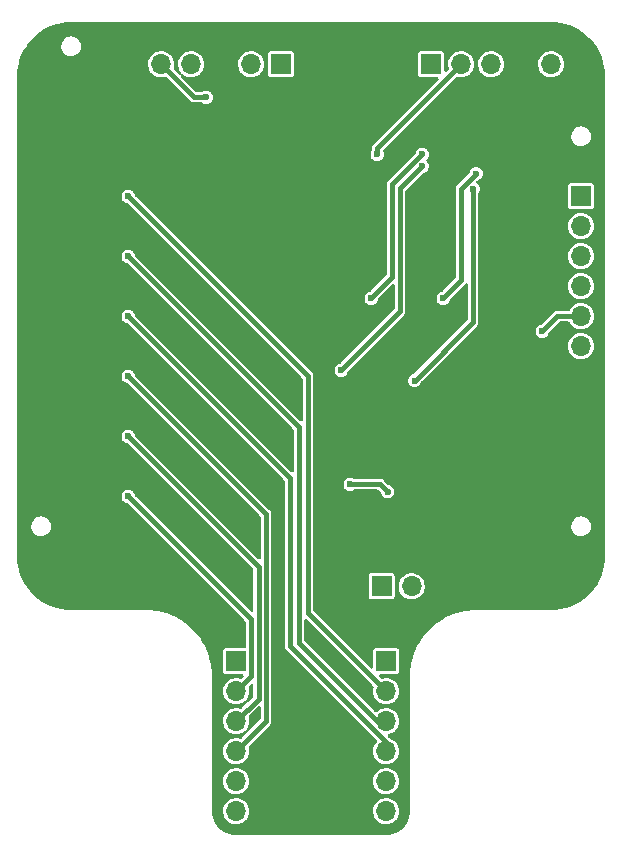
<source format=gbl>
G04 #@! TF.GenerationSoftware,KiCad,Pcbnew,(6.0.1-0)*
G04 #@! TF.CreationDate,2023-09-18T16:52:29-04:00*
G04 #@! TF.ProjectId,Breadboard-1,42726561-6462-46f6-9172-642d312e6b69,rev?*
G04 #@! TF.SameCoordinates,Original*
G04 #@! TF.FileFunction,Copper,L2,Bot*
G04 #@! TF.FilePolarity,Positive*
%FSLAX46Y46*%
G04 Gerber Fmt 4.6, Leading zero omitted, Abs format (unit mm)*
G04 Created by KiCad (PCBNEW (6.0.1-0)) date 2023-09-18 16:52:29*
%MOMM*%
%LPD*%
G01*
G04 APERTURE LIST*
G04 #@! TA.AperFunction,ComponentPad*
%ADD10R,1.700000X1.700000*%
G04 #@! TD*
G04 #@! TA.AperFunction,ComponentPad*
%ADD11O,1.700000X1.700000*%
G04 #@! TD*
G04 #@! TA.AperFunction,ViaPad*
%ADD12C,0.600000*%
G04 #@! TD*
G04 #@! TA.AperFunction,Conductor*
%ADD13C,0.381000*%
G04 #@! TD*
G04 APERTURE END LIST*
D10*
X99060000Y-66035000D03*
D11*
X99060000Y-68575000D03*
X99060000Y-71115000D03*
X99060000Y-73655000D03*
X99060000Y-76195000D03*
X99060000Y-78735000D03*
X99060000Y-81275000D03*
D10*
X82164000Y-99060000D03*
D11*
X84704000Y-99060000D03*
D10*
X73660000Y-54864000D03*
D11*
X71120000Y-54864000D03*
X68580000Y-54864000D03*
X66040000Y-54864000D03*
X63500000Y-54864000D03*
D10*
X86360000Y-54864000D03*
D11*
X88900000Y-54864000D03*
X91440000Y-54864000D03*
X93980000Y-54864000D03*
X96520000Y-54864000D03*
D10*
X69850000Y-105410000D03*
D11*
X69850000Y-107950000D03*
X69850000Y-110490000D03*
X69850000Y-113030000D03*
X69850000Y-115570000D03*
X69850000Y-118110000D03*
D10*
X82550000Y-105410000D03*
D11*
X82550000Y-107950000D03*
X82550000Y-110490000D03*
X82550000Y-113030000D03*
X82550000Y-115570000D03*
X82550000Y-118110000D03*
D12*
X82677000Y-91059000D03*
X79502000Y-90424000D03*
X60706000Y-66040000D03*
X60706000Y-71120000D03*
X60706000Y-76200000D03*
X60706000Y-81280000D03*
X74422000Y-109220000D03*
X93726000Y-81534000D03*
X64439800Y-66014600D03*
X84516000Y-69646800D03*
X86106000Y-72644000D03*
X80010000Y-52832000D03*
X73660000Y-90424000D03*
X80300000Y-68275000D03*
X76708000Y-87299800D03*
X64439800Y-71094600D03*
X64432756Y-81261644D03*
X86868000Y-96266000D03*
X77959912Y-109220000D03*
X64439800Y-76174600D03*
X78359000Y-72720200D03*
X84516000Y-70408800D03*
X64439800Y-86334600D03*
X81000000Y-68275000D03*
X93726000Y-75946000D03*
X86868000Y-91440000D03*
X79625000Y-68275000D03*
X60452000Y-55880000D03*
X84201000Y-87299800D03*
X60452000Y-60960000D03*
X93726000Y-78994000D03*
X76708000Y-90424000D03*
X64439800Y-91414600D03*
X84516000Y-68884800D03*
X60706000Y-86360000D03*
X60706000Y-91440000D03*
X67310000Y-57658000D03*
X85598000Y-62484000D03*
X81280000Y-74676000D03*
X78740000Y-80772000D03*
X85598000Y-63500000D03*
X95758000Y-77470000D03*
X81788000Y-62484000D03*
X90170000Y-64135000D03*
X87376000Y-74676000D03*
X89916000Y-65405000D03*
X84963000Y-81661000D03*
D13*
X82677000Y-91059000D02*
X82042000Y-90424000D01*
X82042000Y-90424000D02*
X79502000Y-90424000D01*
X75946000Y-101346000D02*
X75946000Y-81280000D01*
X82550000Y-107950000D02*
X75946000Y-101346000D01*
X75946000Y-81280000D02*
X60706000Y-66040000D01*
X75184000Y-103886000D02*
X75184000Y-85598000D01*
X81788000Y-110490000D02*
X75184000Y-103886000D01*
X75184000Y-85598000D02*
X60706000Y-71120000D01*
X82550000Y-110490000D02*
X81788000Y-110490000D01*
X82550000Y-113030000D02*
X82550000Y-112268000D01*
X82550000Y-112268000D02*
X74422000Y-104140000D01*
X74422000Y-89916000D02*
X60706000Y-76200000D01*
X74422000Y-104140000D02*
X74422000Y-89916000D01*
X69850000Y-113030000D02*
X72390000Y-110490000D01*
X72390000Y-92964000D02*
X60706000Y-81280000D01*
X72390000Y-110490000D02*
X72390000Y-92964000D01*
X71755000Y-108585000D02*
X71755000Y-97409000D01*
X69850000Y-110490000D02*
X71755000Y-108585000D01*
X71755000Y-97409000D02*
X60706000Y-86360000D01*
X71120000Y-101854000D02*
X60706000Y-91440000D01*
X69850000Y-107950000D02*
X71120000Y-106680000D01*
X71120000Y-106680000D02*
X71120000Y-101854000D01*
X66294000Y-57658000D02*
X67310000Y-57658000D01*
X63500000Y-54864000D02*
X66294000Y-57658000D01*
X83058000Y-65024000D02*
X85598000Y-62484000D01*
X83058000Y-72898000D02*
X83058000Y-65024000D01*
X81280000Y-74676000D02*
X83058000Y-72898000D01*
X83732501Y-65365499D02*
X83732501Y-75779499D01*
X83732501Y-75779499D02*
X78740000Y-80772000D01*
X85598000Y-63500000D02*
X83732501Y-65365499D01*
X97033000Y-76195000D02*
X95758000Y-77470000D01*
X99060000Y-76195000D02*
X97033000Y-76195000D01*
X81788000Y-61976000D02*
X88900000Y-54864000D01*
X81788000Y-62484000D02*
X81788000Y-61976000D01*
X87376000Y-74676000D02*
X88900000Y-73152000D01*
X88900000Y-73152000D02*
X88900000Y-65405000D01*
X88900000Y-65405000D02*
X90170000Y-64135000D01*
X89916000Y-76708000D02*
X89916000Y-65405000D01*
X84963000Y-81661000D02*
X89916000Y-76708000D01*
G04 #@! TA.AperFunction,Conductor*
G36*
X96490681Y-51301500D02*
G01*
X96504957Y-51303723D01*
X96504959Y-51303723D01*
X96513829Y-51305104D01*
X96522732Y-51303940D01*
X96533760Y-51302498D01*
X96555590Y-51301554D01*
X96913676Y-51317188D01*
X96924627Y-51318146D01*
X97309859Y-51368864D01*
X97320683Y-51370773D01*
X97700019Y-51454869D01*
X97710636Y-51457714D01*
X98081209Y-51574555D01*
X98091522Y-51578308D01*
X98450524Y-51727012D01*
X98460468Y-51731650D01*
X98805117Y-51911062D01*
X98814637Y-51916558D01*
X99142343Y-52125330D01*
X99151333Y-52131624D01*
X99459612Y-52368176D01*
X99468016Y-52375227D01*
X99754492Y-52637736D01*
X99762264Y-52645508D01*
X100024773Y-52931984D01*
X100031824Y-52940388D01*
X100268376Y-53248667D01*
X100274670Y-53257657D01*
X100470250Y-53564655D01*
X100483442Y-53585363D01*
X100488937Y-53594882D01*
X100650052Y-53904380D01*
X100668346Y-53939523D01*
X100672988Y-53949476D01*
X100811730Y-54284428D01*
X100821689Y-54308470D01*
X100825445Y-54318791D01*
X100924634Y-54633378D01*
X100942286Y-54689363D01*
X100945131Y-54699981D01*
X101029227Y-55079317D01*
X101031136Y-55090141D01*
X101081854Y-55475374D01*
X101082812Y-55486324D01*
X101093541Y-55732045D01*
X101098126Y-55837068D01*
X101096745Y-55861952D01*
X101096277Y-55864954D01*
X101096277Y-55864960D01*
X101094896Y-55873829D01*
X101096060Y-55882731D01*
X101096060Y-55882734D01*
X101098936Y-55904725D01*
X101100000Y-55921062D01*
X101100000Y-96471297D01*
X101098500Y-96490681D01*
X101094896Y-96513829D01*
X101096060Y-96522732D01*
X101097502Y-96533760D01*
X101098446Y-96555590D01*
X101088644Y-96780099D01*
X101082812Y-96913676D01*
X101081854Y-96924627D01*
X101031136Y-97309859D01*
X101029227Y-97320683D01*
X100945131Y-97700019D01*
X100942286Y-97710636D01*
X100827483Y-98074748D01*
X100825448Y-98081201D01*
X100821692Y-98091522D01*
X100729599Y-98313855D01*
X100672992Y-98450515D01*
X100668350Y-98460468D01*
X100488938Y-98805117D01*
X100483443Y-98814635D01*
X100452241Y-98863613D01*
X100274670Y-99142343D01*
X100268376Y-99151333D01*
X100031824Y-99459612D01*
X100024773Y-99468016D01*
X99762264Y-99754492D01*
X99754492Y-99762264D01*
X99584535Y-99918002D01*
X99484901Y-100009301D01*
X99468016Y-100024773D01*
X99459612Y-100031824D01*
X99151333Y-100268376D01*
X99142343Y-100274670D01*
X98814637Y-100483442D01*
X98805118Y-100488937D01*
X98460468Y-100668350D01*
X98450524Y-100672988D01*
X98091522Y-100821692D01*
X98081209Y-100825445D01*
X97710637Y-100942286D01*
X97700019Y-100945131D01*
X97320683Y-101029227D01*
X97309859Y-101031136D01*
X96924626Y-101081854D01*
X96913675Y-101082812D01*
X96845630Y-101085783D01*
X96562930Y-101098126D01*
X96538048Y-101096745D01*
X96535046Y-101096277D01*
X96535040Y-101096277D01*
X96526171Y-101094896D01*
X96517269Y-101096060D01*
X96517266Y-101096060D01*
X96495275Y-101098936D01*
X96478938Y-101100000D01*
X90222534Y-101100000D01*
X90201630Y-101098254D01*
X90187139Y-101095816D01*
X90187138Y-101095816D01*
X90182342Y-101095009D01*
X90170000Y-101094858D01*
X90165175Y-101095549D01*
X90160331Y-101095864D01*
X90160328Y-101095823D01*
X90155473Y-101096265D01*
X89731860Y-101112910D01*
X89729417Y-101113199D01*
X89729406Y-101113200D01*
X89436689Y-101147845D01*
X89296422Y-101164447D01*
X89145296Y-101194508D01*
X88868801Y-101249506D01*
X88868790Y-101249509D01*
X88866370Y-101249990D01*
X88863994Y-101250660D01*
X88863982Y-101250663D01*
X88446744Y-101368337D01*
X88446739Y-101368339D01*
X88444355Y-101369011D01*
X88032979Y-101520775D01*
X88030744Y-101521805D01*
X88030740Y-101521807D01*
X87637027Y-101703311D01*
X87637014Y-101703318D01*
X87634779Y-101704348D01*
X87252209Y-101918598D01*
X87000043Y-102087090D01*
X86954639Y-102117428D01*
X86887628Y-102162203D01*
X86543285Y-102433662D01*
X86541471Y-102435339D01*
X86541465Y-102435344D01*
X86223100Y-102729638D01*
X86221301Y-102731301D01*
X85923662Y-103053285D01*
X85652203Y-103397628D01*
X85408598Y-103762209D01*
X85194348Y-104144779D01*
X85193318Y-104147014D01*
X85193311Y-104147027D01*
X85014484Y-104534933D01*
X85010775Y-104542979D01*
X84859011Y-104954355D01*
X84858339Y-104956739D01*
X84858337Y-104956744D01*
X84814114Y-105113548D01*
X84739990Y-105376370D01*
X84739509Y-105378790D01*
X84739506Y-105378801D01*
X84684508Y-105655296D01*
X84654447Y-105806422D01*
X84654157Y-105808874D01*
X84605950Y-106216176D01*
X84602910Y-106241860D01*
X84601379Y-106280827D01*
X84586852Y-106650548D01*
X84586083Y-106657999D01*
X84586252Y-106658014D01*
X84585818Y-106662852D01*
X84585009Y-106667658D01*
X84584949Y-106672523D01*
X84584949Y-106672528D01*
X84584934Y-106673829D01*
X84584858Y-106680000D01*
X84588727Y-106707016D01*
X84590000Y-106724878D01*
X84590000Y-118061297D01*
X84588500Y-118080681D01*
X84584896Y-118103829D01*
X84586060Y-118112732D01*
X84586060Y-118112735D01*
X84586963Y-118119643D01*
X84587757Y-118144219D01*
X84586438Y-118164344D01*
X84573087Y-118368031D01*
X84570936Y-118384371D01*
X84522100Y-118629891D01*
X84517834Y-118645812D01*
X84437368Y-118882855D01*
X84431061Y-118898081D01*
X84320345Y-119122592D01*
X84312104Y-119136866D01*
X84173028Y-119345008D01*
X84162995Y-119358083D01*
X83997937Y-119546296D01*
X83986296Y-119557937D01*
X83798083Y-119722995D01*
X83785008Y-119733028D01*
X83576866Y-119872104D01*
X83562592Y-119880345D01*
X83338081Y-119991061D01*
X83322855Y-119997368D01*
X83085812Y-120077834D01*
X83069891Y-120082100D01*
X82824371Y-120130936D01*
X82808031Y-120133087D01*
X82591292Y-120147293D01*
X82569764Y-120146335D01*
X82565043Y-120146277D01*
X82556171Y-120144896D01*
X82547269Y-120146060D01*
X82547266Y-120146060D01*
X82525275Y-120148936D01*
X82508938Y-120150000D01*
X69898703Y-120150000D01*
X69879319Y-120148500D01*
X69865043Y-120146277D01*
X69865041Y-120146277D01*
X69856171Y-120144896D01*
X69847268Y-120146060D01*
X69847265Y-120146060D01*
X69840357Y-120146963D01*
X69815781Y-120147757D01*
X69700866Y-120140225D01*
X69591969Y-120133087D01*
X69575629Y-120130936D01*
X69330109Y-120082100D01*
X69314188Y-120077834D01*
X69077145Y-119997368D01*
X69061919Y-119991061D01*
X68837408Y-119880345D01*
X68823134Y-119872104D01*
X68614992Y-119733028D01*
X68601917Y-119722995D01*
X68413704Y-119557937D01*
X68402063Y-119546296D01*
X68237005Y-119358083D01*
X68226972Y-119345008D01*
X68087896Y-119136866D01*
X68079655Y-119122592D01*
X67968939Y-118898081D01*
X67962632Y-118882855D01*
X67882166Y-118645812D01*
X67877900Y-118629891D01*
X67829064Y-118384371D01*
X67826913Y-118368031D01*
X67812707Y-118151292D01*
X67813665Y-118129764D01*
X67813723Y-118125043D01*
X67815104Y-118116171D01*
X67813491Y-118103829D01*
X67811064Y-118085275D01*
X67810783Y-118080964D01*
X68741148Y-118080964D01*
X68754424Y-118283522D01*
X68755845Y-118289118D01*
X68755846Y-118289123D01*
X68791169Y-118428203D01*
X68804392Y-118480269D01*
X68806809Y-118485512D01*
X68844010Y-118566208D01*
X68889377Y-118664616D01*
X69006533Y-118830389D01*
X69151938Y-118972035D01*
X69320720Y-119084812D01*
X69326023Y-119087090D01*
X69326026Y-119087092D01*
X69414707Y-119125192D01*
X69507228Y-119164942D01*
X69580244Y-119181464D01*
X69699579Y-119208467D01*
X69699584Y-119208468D01*
X69705216Y-119209742D01*
X69710987Y-119209969D01*
X69710989Y-119209969D01*
X69770756Y-119212317D01*
X69908053Y-119217712D01*
X70008499Y-119203148D01*
X70103231Y-119189413D01*
X70103236Y-119189412D01*
X70108945Y-119188584D01*
X70114409Y-119186729D01*
X70114414Y-119186728D01*
X70295693Y-119125192D01*
X70295698Y-119125190D01*
X70301165Y-119123334D01*
X70478276Y-119024147D01*
X70540934Y-118972035D01*
X70629913Y-118898031D01*
X70634345Y-118894345D01*
X70691463Y-118825669D01*
X70760453Y-118742718D01*
X70760455Y-118742715D01*
X70764147Y-118738276D01*
X70863334Y-118561165D01*
X70865190Y-118555698D01*
X70865192Y-118555693D01*
X70926728Y-118374414D01*
X70926729Y-118374409D01*
X70928584Y-118368945D01*
X70929412Y-118363236D01*
X70929413Y-118363231D01*
X70957179Y-118171727D01*
X70957712Y-118168053D01*
X70959232Y-118110000D01*
X70956564Y-118080964D01*
X81441148Y-118080964D01*
X81454424Y-118283522D01*
X81455845Y-118289118D01*
X81455846Y-118289123D01*
X81491169Y-118428203D01*
X81504392Y-118480269D01*
X81506809Y-118485512D01*
X81544010Y-118566208D01*
X81589377Y-118664616D01*
X81706533Y-118830389D01*
X81851938Y-118972035D01*
X82020720Y-119084812D01*
X82026023Y-119087090D01*
X82026026Y-119087092D01*
X82114707Y-119125192D01*
X82207228Y-119164942D01*
X82280244Y-119181464D01*
X82399579Y-119208467D01*
X82399584Y-119208468D01*
X82405216Y-119209742D01*
X82410987Y-119209969D01*
X82410989Y-119209969D01*
X82470756Y-119212317D01*
X82608053Y-119217712D01*
X82708499Y-119203148D01*
X82803231Y-119189413D01*
X82803236Y-119189412D01*
X82808945Y-119188584D01*
X82814409Y-119186729D01*
X82814414Y-119186728D01*
X82995693Y-119125192D01*
X82995698Y-119125190D01*
X83001165Y-119123334D01*
X83178276Y-119024147D01*
X83240934Y-118972035D01*
X83329913Y-118898031D01*
X83334345Y-118894345D01*
X83391463Y-118825669D01*
X83460453Y-118742718D01*
X83460455Y-118742715D01*
X83464147Y-118738276D01*
X83563334Y-118561165D01*
X83565190Y-118555698D01*
X83565192Y-118555693D01*
X83626728Y-118374414D01*
X83626729Y-118374409D01*
X83628584Y-118368945D01*
X83629412Y-118363236D01*
X83629413Y-118363231D01*
X83657179Y-118171727D01*
X83657712Y-118168053D01*
X83659232Y-118110000D01*
X83640658Y-117907859D01*
X83639090Y-117902299D01*
X83587125Y-117718046D01*
X83587124Y-117718044D01*
X83585557Y-117712487D01*
X83574978Y-117691033D01*
X83498331Y-117535609D01*
X83495776Y-117530428D01*
X83374320Y-117367779D01*
X83225258Y-117229987D01*
X83220375Y-117226906D01*
X83220371Y-117226903D01*
X83058464Y-117124748D01*
X83053581Y-117121667D01*
X82865039Y-117046446D01*
X82859379Y-117045320D01*
X82859375Y-117045319D01*
X82671613Y-117007971D01*
X82671610Y-117007971D01*
X82665946Y-117006844D01*
X82660171Y-117006768D01*
X82660167Y-117006768D01*
X82558793Y-117005441D01*
X82462971Y-117004187D01*
X82457274Y-117005166D01*
X82457273Y-117005166D01*
X82268607Y-117037585D01*
X82262910Y-117038564D01*
X82072463Y-117108824D01*
X81898010Y-117212612D01*
X81893670Y-117216418D01*
X81893666Y-117216421D01*
X81873723Y-117233911D01*
X81745392Y-117346455D01*
X81619720Y-117505869D01*
X81617031Y-117510980D01*
X81617029Y-117510983D01*
X81604073Y-117535609D01*
X81525203Y-117685515D01*
X81465007Y-117879378D01*
X81441148Y-118080964D01*
X70956564Y-118080964D01*
X70940658Y-117907859D01*
X70939090Y-117902299D01*
X70887125Y-117718046D01*
X70887124Y-117718044D01*
X70885557Y-117712487D01*
X70874978Y-117691033D01*
X70798331Y-117535609D01*
X70795776Y-117530428D01*
X70674320Y-117367779D01*
X70525258Y-117229987D01*
X70520375Y-117226906D01*
X70520371Y-117226903D01*
X70358464Y-117124748D01*
X70353581Y-117121667D01*
X70165039Y-117046446D01*
X70159379Y-117045320D01*
X70159375Y-117045319D01*
X69971613Y-117007971D01*
X69971610Y-117007971D01*
X69965946Y-117006844D01*
X69960171Y-117006768D01*
X69960167Y-117006768D01*
X69858793Y-117005441D01*
X69762971Y-117004187D01*
X69757274Y-117005166D01*
X69757273Y-117005166D01*
X69568607Y-117037585D01*
X69562910Y-117038564D01*
X69372463Y-117108824D01*
X69198010Y-117212612D01*
X69193670Y-117216418D01*
X69193666Y-117216421D01*
X69173723Y-117233911D01*
X69045392Y-117346455D01*
X68919720Y-117505869D01*
X68917031Y-117510980D01*
X68917029Y-117510983D01*
X68904073Y-117535609D01*
X68825203Y-117685515D01*
X68765007Y-117879378D01*
X68741148Y-118080964D01*
X67810783Y-118080964D01*
X67810000Y-118068938D01*
X67810000Y-115540964D01*
X68741148Y-115540964D01*
X68754424Y-115743522D01*
X68755845Y-115749118D01*
X68755846Y-115749123D01*
X68776119Y-115828945D01*
X68804392Y-115940269D01*
X68806809Y-115945512D01*
X68844010Y-116026208D01*
X68889377Y-116124616D01*
X69006533Y-116290389D01*
X69151938Y-116432035D01*
X69320720Y-116544812D01*
X69326023Y-116547090D01*
X69326026Y-116547092D01*
X69414707Y-116585192D01*
X69507228Y-116624942D01*
X69580244Y-116641464D01*
X69699579Y-116668467D01*
X69699584Y-116668468D01*
X69705216Y-116669742D01*
X69710987Y-116669969D01*
X69710989Y-116669969D01*
X69770756Y-116672317D01*
X69908053Y-116677712D01*
X70008499Y-116663148D01*
X70103231Y-116649413D01*
X70103236Y-116649412D01*
X70108945Y-116648584D01*
X70114409Y-116646729D01*
X70114414Y-116646728D01*
X70295693Y-116585192D01*
X70295698Y-116585190D01*
X70301165Y-116583334D01*
X70478276Y-116484147D01*
X70540934Y-116432035D01*
X70629913Y-116358031D01*
X70634345Y-116354345D01*
X70764147Y-116198276D01*
X70863334Y-116021165D01*
X70865190Y-116015698D01*
X70865192Y-116015693D01*
X70926728Y-115834414D01*
X70926729Y-115834409D01*
X70928584Y-115828945D01*
X70929412Y-115823236D01*
X70929413Y-115823231D01*
X70957179Y-115631727D01*
X70957712Y-115628053D01*
X70959232Y-115570000D01*
X70956564Y-115540964D01*
X81441148Y-115540964D01*
X81454424Y-115743522D01*
X81455845Y-115749118D01*
X81455846Y-115749123D01*
X81476119Y-115828945D01*
X81504392Y-115940269D01*
X81506809Y-115945512D01*
X81544010Y-116026208D01*
X81589377Y-116124616D01*
X81706533Y-116290389D01*
X81851938Y-116432035D01*
X82020720Y-116544812D01*
X82026023Y-116547090D01*
X82026026Y-116547092D01*
X82114707Y-116585192D01*
X82207228Y-116624942D01*
X82280244Y-116641464D01*
X82399579Y-116668467D01*
X82399584Y-116668468D01*
X82405216Y-116669742D01*
X82410987Y-116669969D01*
X82410989Y-116669969D01*
X82470756Y-116672317D01*
X82608053Y-116677712D01*
X82708499Y-116663148D01*
X82803231Y-116649413D01*
X82803236Y-116649412D01*
X82808945Y-116648584D01*
X82814409Y-116646729D01*
X82814414Y-116646728D01*
X82995693Y-116585192D01*
X82995698Y-116585190D01*
X83001165Y-116583334D01*
X83178276Y-116484147D01*
X83240934Y-116432035D01*
X83329913Y-116358031D01*
X83334345Y-116354345D01*
X83464147Y-116198276D01*
X83563334Y-116021165D01*
X83565190Y-116015698D01*
X83565192Y-116015693D01*
X83626728Y-115834414D01*
X83626729Y-115834409D01*
X83628584Y-115828945D01*
X83629412Y-115823236D01*
X83629413Y-115823231D01*
X83657179Y-115631727D01*
X83657712Y-115628053D01*
X83659232Y-115570000D01*
X83640658Y-115367859D01*
X83639090Y-115362299D01*
X83587125Y-115178046D01*
X83587124Y-115178044D01*
X83585557Y-115172487D01*
X83574978Y-115151033D01*
X83498331Y-114995609D01*
X83495776Y-114990428D01*
X83374320Y-114827779D01*
X83225258Y-114689987D01*
X83220375Y-114686906D01*
X83220371Y-114686903D01*
X83058464Y-114584748D01*
X83053581Y-114581667D01*
X82865039Y-114506446D01*
X82859379Y-114505320D01*
X82859375Y-114505319D01*
X82671613Y-114467971D01*
X82671610Y-114467971D01*
X82665946Y-114466844D01*
X82660171Y-114466768D01*
X82660167Y-114466768D01*
X82558793Y-114465441D01*
X82462971Y-114464187D01*
X82457274Y-114465166D01*
X82457273Y-114465166D01*
X82268607Y-114497585D01*
X82262910Y-114498564D01*
X82072463Y-114568824D01*
X81898010Y-114672612D01*
X81893670Y-114676418D01*
X81893666Y-114676421D01*
X81873723Y-114693911D01*
X81745392Y-114806455D01*
X81619720Y-114965869D01*
X81617031Y-114970980D01*
X81617029Y-114970983D01*
X81604073Y-114995609D01*
X81525203Y-115145515D01*
X81465007Y-115339378D01*
X81441148Y-115540964D01*
X70956564Y-115540964D01*
X70940658Y-115367859D01*
X70939090Y-115362299D01*
X70887125Y-115178046D01*
X70887124Y-115178044D01*
X70885557Y-115172487D01*
X70874978Y-115151033D01*
X70798331Y-114995609D01*
X70795776Y-114990428D01*
X70674320Y-114827779D01*
X70525258Y-114689987D01*
X70520375Y-114686906D01*
X70520371Y-114686903D01*
X70358464Y-114584748D01*
X70353581Y-114581667D01*
X70165039Y-114506446D01*
X70159379Y-114505320D01*
X70159375Y-114505319D01*
X69971613Y-114467971D01*
X69971610Y-114467971D01*
X69965946Y-114466844D01*
X69960171Y-114466768D01*
X69960167Y-114466768D01*
X69858793Y-114465441D01*
X69762971Y-114464187D01*
X69757274Y-114465166D01*
X69757273Y-114465166D01*
X69568607Y-114497585D01*
X69562910Y-114498564D01*
X69372463Y-114568824D01*
X69198010Y-114672612D01*
X69193670Y-114676418D01*
X69193666Y-114676421D01*
X69173723Y-114693911D01*
X69045392Y-114806455D01*
X68919720Y-114965869D01*
X68917031Y-114970980D01*
X68917029Y-114970983D01*
X68904073Y-114995609D01*
X68825203Y-115145515D01*
X68765007Y-115339378D01*
X68741148Y-115540964D01*
X67810000Y-115540964D01*
X67810000Y-106732534D01*
X67811746Y-106711630D01*
X67814184Y-106697139D01*
X67814184Y-106697138D01*
X67814991Y-106692342D01*
X67815142Y-106680000D01*
X67814451Y-106675175D01*
X67814136Y-106670331D01*
X67814177Y-106670328D01*
X67813734Y-106665466D01*
X67813464Y-106658577D01*
X67797090Y-106241860D01*
X67794051Y-106216176D01*
X67745843Y-105808874D01*
X67745553Y-105806422D01*
X67715492Y-105655296D01*
X67660494Y-105378801D01*
X67660491Y-105378790D01*
X67660010Y-105376370D01*
X67585887Y-105113548D01*
X67541663Y-104956744D01*
X67541661Y-104956739D01*
X67540989Y-104954355D01*
X67389225Y-104542979D01*
X67385516Y-104534933D01*
X67206689Y-104147027D01*
X67206682Y-104147014D01*
X67205652Y-104144779D01*
X66991402Y-103762209D01*
X66747797Y-103397628D01*
X66476338Y-103053285D01*
X66178699Y-102731301D01*
X66176900Y-102729638D01*
X65858535Y-102435344D01*
X65858529Y-102435339D01*
X65856715Y-102433662D01*
X65512372Y-102162203D01*
X65445362Y-102117428D01*
X65399957Y-102087090D01*
X65147791Y-101918598D01*
X64765221Y-101704348D01*
X64762986Y-101703318D01*
X64762973Y-101703311D01*
X64369260Y-101521807D01*
X64369256Y-101521805D01*
X64367021Y-101520775D01*
X63955645Y-101369011D01*
X63953261Y-101368339D01*
X63953256Y-101368337D01*
X63536018Y-101250663D01*
X63536006Y-101250660D01*
X63533630Y-101249990D01*
X63531210Y-101249509D01*
X63531199Y-101249506D01*
X63254704Y-101194508D01*
X63103578Y-101164447D01*
X62963311Y-101147845D01*
X62670594Y-101113200D01*
X62670583Y-101113199D01*
X62668140Y-101112910D01*
X62578776Y-101109399D01*
X62259452Y-101096852D01*
X62252001Y-101096083D01*
X62251986Y-101096252D01*
X62247148Y-101095818D01*
X62242342Y-101095009D01*
X62237477Y-101094949D01*
X62237472Y-101094949D01*
X62234859Y-101094917D01*
X62234853Y-101094917D01*
X62230000Y-101094858D01*
X62207181Y-101098126D01*
X62202984Y-101098727D01*
X62185122Y-101100000D01*
X55928703Y-101100000D01*
X55909319Y-101098500D01*
X55895043Y-101096277D01*
X55895041Y-101096277D01*
X55886171Y-101094896D01*
X55877268Y-101096060D01*
X55866240Y-101097502D01*
X55844410Y-101098446D01*
X55486324Y-101082812D01*
X55475373Y-101081854D01*
X55090141Y-101031136D01*
X55079317Y-101029227D01*
X54699981Y-100945131D01*
X54689363Y-100942286D01*
X54318791Y-100825445D01*
X54308478Y-100821692D01*
X53949476Y-100672988D01*
X53939532Y-100668350D01*
X53594882Y-100488937D01*
X53585363Y-100483442D01*
X53257657Y-100274670D01*
X53248667Y-100268376D01*
X52940388Y-100031824D01*
X52931984Y-100024773D01*
X52915100Y-100009301D01*
X52815465Y-99918002D01*
X52645508Y-99762264D01*
X52637736Y-99754492D01*
X52375227Y-99468016D01*
X52368176Y-99459612D01*
X52131624Y-99151333D01*
X52125330Y-99142343D01*
X51947759Y-98863613D01*
X51916557Y-98814635D01*
X51911062Y-98805117D01*
X51731650Y-98460468D01*
X51727008Y-98450515D01*
X51670402Y-98313855D01*
X51578308Y-98091522D01*
X51574552Y-98081201D01*
X51572518Y-98074748D01*
X51457714Y-97710636D01*
X51454869Y-97700019D01*
X51370773Y-97320683D01*
X51368864Y-97309859D01*
X51318146Y-96924626D01*
X51317188Y-96913675D01*
X51301874Y-96562932D01*
X51303255Y-96538048D01*
X51303723Y-96535046D01*
X51303723Y-96535040D01*
X51305104Y-96526171D01*
X51303491Y-96513829D01*
X51301064Y-96495275D01*
X51300000Y-96478938D01*
X51300000Y-93933367D01*
X52505906Y-93933367D01*
X52515349Y-94113564D01*
X52517162Y-94120144D01*
X52517162Y-94120147D01*
X52559363Y-94273351D01*
X52563268Y-94287530D01*
X52647424Y-94447148D01*
X52651826Y-94452357D01*
X52651828Y-94452360D01*
X52759487Y-94579757D01*
X52759491Y-94579761D01*
X52763894Y-94584971D01*
X52769318Y-94589118D01*
X52769319Y-94589119D01*
X52901821Y-94690425D01*
X52901825Y-94690428D01*
X52907242Y-94694569D01*
X52913422Y-94697451D01*
X52913424Y-94697452D01*
X52981066Y-94728994D01*
X53070780Y-94770828D01*
X53148984Y-94788309D01*
X53241835Y-94809064D01*
X53241841Y-94809065D01*
X53246879Y-94810191D01*
X53252406Y-94810500D01*
X53385077Y-94810500D01*
X53519389Y-94795909D01*
X53690409Y-94738355D01*
X53845080Y-94645419D01*
X53850042Y-94640727D01*
X53971229Y-94526126D01*
X53971231Y-94526124D01*
X53976187Y-94521437D01*
X54077612Y-94372195D01*
X54109059Y-94293572D01*
X54142089Y-94210992D01*
X54142090Y-94210987D01*
X54144623Y-94204655D01*
X54174094Y-94026633D01*
X54164651Y-93846436D01*
X54137815Y-93749008D01*
X54118545Y-93679052D01*
X54116732Y-93672470D01*
X54032576Y-93512852D01*
X54028174Y-93507643D01*
X54028172Y-93507640D01*
X53920513Y-93380243D01*
X53920509Y-93380239D01*
X53916106Y-93375029D01*
X53910681Y-93370881D01*
X53778179Y-93269575D01*
X53778175Y-93269572D01*
X53772758Y-93265431D01*
X53766578Y-93262549D01*
X53766576Y-93262548D01*
X53686399Y-93225161D01*
X53609220Y-93189172D01*
X53493718Y-93163354D01*
X53438165Y-93150936D01*
X53438159Y-93150935D01*
X53433121Y-93149809D01*
X53427594Y-93149500D01*
X53294923Y-93149500D01*
X53160611Y-93164091D01*
X52989591Y-93221645D01*
X52834920Y-93314581D01*
X52829960Y-93319272D01*
X52829958Y-93319273D01*
X52765485Y-93380243D01*
X52703813Y-93438563D01*
X52602388Y-93587805D01*
X52599855Y-93594139D01*
X52599853Y-93594142D01*
X52537911Y-93749008D01*
X52537910Y-93749013D01*
X52535377Y-93755345D01*
X52505906Y-93933367D01*
X51300000Y-93933367D01*
X51300000Y-91440000D01*
X60146715Y-91440000D01*
X60165772Y-91584754D01*
X60221645Y-91719642D01*
X60310526Y-91835474D01*
X60317076Y-91840500D01*
X60317079Y-91840503D01*
X60419804Y-91919327D01*
X60426357Y-91924355D01*
X60561246Y-91980228D01*
X60569432Y-91981306D01*
X60569433Y-91981306D01*
X60582939Y-91983084D01*
X60647866Y-92011808D01*
X60655586Y-92018911D01*
X70638095Y-102001420D01*
X70672121Y-102063732D01*
X70675000Y-102090515D01*
X70675000Y-104179500D01*
X70654998Y-104247621D01*
X70601342Y-104294114D01*
X70549000Y-104305500D01*
X69054530Y-104305501D01*
X68974934Y-104305501D01*
X68939182Y-104312612D01*
X68912874Y-104317844D01*
X68912872Y-104317845D01*
X68900699Y-104320266D01*
X68890379Y-104327161D01*
X68890378Y-104327162D01*
X68870080Y-104340725D01*
X68816516Y-104376516D01*
X68760266Y-104460699D01*
X68745500Y-104534933D01*
X68745501Y-106285066D01*
X68760266Y-106359301D01*
X68816516Y-106443484D01*
X68900699Y-106499734D01*
X68974933Y-106514500D01*
X69008447Y-106514500D01*
X70351987Y-106514499D01*
X70420107Y-106534501D01*
X70466600Y-106588157D01*
X70476704Y-106658431D01*
X70447211Y-106723011D01*
X70441081Y-106729594D01*
X70308930Y-106861745D01*
X70246618Y-106895771D01*
X70176034Y-106889920D01*
X70175943Y-106890227D01*
X70174466Y-106889790D01*
X70173145Y-106889680D01*
X70165039Y-106886446D01*
X70159379Y-106885320D01*
X70159375Y-106885319D01*
X69971613Y-106847971D01*
X69971610Y-106847971D01*
X69965946Y-106846844D01*
X69960171Y-106846768D01*
X69960167Y-106846768D01*
X69858793Y-106845441D01*
X69762971Y-106844187D01*
X69757274Y-106845166D01*
X69757273Y-106845166D01*
X69660790Y-106861745D01*
X69562910Y-106878564D01*
X69372463Y-106948824D01*
X69198010Y-107052612D01*
X69193670Y-107056418D01*
X69193666Y-107056421D01*
X69049733Y-107182648D01*
X69045392Y-107186455D01*
X68919720Y-107345869D01*
X68917031Y-107350980D01*
X68917029Y-107350983D01*
X68878868Y-107423515D01*
X68825203Y-107525515D01*
X68765007Y-107719378D01*
X68741148Y-107920964D01*
X68754424Y-108123522D01*
X68755845Y-108129118D01*
X68755846Y-108129123D01*
X68776119Y-108208945D01*
X68804392Y-108320269D01*
X68806809Y-108325512D01*
X68844010Y-108406208D01*
X68889377Y-108504616D01*
X69006533Y-108670389D01*
X69151938Y-108812035D01*
X69320720Y-108924812D01*
X69326023Y-108927090D01*
X69326026Y-108927092D01*
X69467240Y-108987762D01*
X69507228Y-109004942D01*
X69580244Y-109021464D01*
X69699579Y-109048467D01*
X69699584Y-109048468D01*
X69705216Y-109049742D01*
X69710987Y-109049969D01*
X69710989Y-109049969D01*
X69770756Y-109052317D01*
X69908053Y-109057712D01*
X70008499Y-109043148D01*
X70103231Y-109029413D01*
X70103236Y-109029412D01*
X70108945Y-109028584D01*
X70114409Y-109026729D01*
X70114414Y-109026728D01*
X70295693Y-108965192D01*
X70295698Y-108965190D01*
X70301165Y-108963334D01*
X70478276Y-108864147D01*
X70540934Y-108812035D01*
X70553248Y-108801793D01*
X70618412Y-108773612D01*
X70688468Y-108785135D01*
X70688932Y-108785554D01*
X70672988Y-108742807D01*
X70688079Y-108673433D01*
X70701793Y-108653248D01*
X70760453Y-108582718D01*
X70760455Y-108582715D01*
X70764147Y-108578276D01*
X70863334Y-108401165D01*
X70865190Y-108395698D01*
X70865192Y-108395693D01*
X70926728Y-108214414D01*
X70926729Y-108214409D01*
X70928584Y-108208945D01*
X70929412Y-108203236D01*
X70929413Y-108203231D01*
X70957179Y-108011727D01*
X70957712Y-108008053D01*
X70959232Y-107950000D01*
X70940658Y-107747859D01*
X70934244Y-107725115D01*
X70903685Y-107616763D01*
X70904445Y-107545770D01*
X70935859Y-107493466D01*
X71094905Y-107334420D01*
X71157217Y-107300394D01*
X71228032Y-107305459D01*
X71284868Y-107348006D01*
X71309679Y-107414526D01*
X71310000Y-107423515D01*
X71310000Y-108348485D01*
X71289998Y-108416606D01*
X71273095Y-108437580D01*
X70887762Y-108822913D01*
X70825450Y-108856939D01*
X70754635Y-108851874D01*
X70744274Y-108844118D01*
X70759792Y-108901215D01*
X70738417Y-108968918D01*
X70722913Y-108987762D01*
X70308930Y-109401745D01*
X70246618Y-109435771D01*
X70176034Y-109429920D01*
X70175943Y-109430227D01*
X70174466Y-109429790D01*
X70173145Y-109429680D01*
X70165039Y-109426446D01*
X70159379Y-109425320D01*
X70159375Y-109425319D01*
X69971613Y-109387971D01*
X69971610Y-109387971D01*
X69965946Y-109386844D01*
X69960171Y-109386768D01*
X69960167Y-109386768D01*
X69858793Y-109385441D01*
X69762971Y-109384187D01*
X69757274Y-109385166D01*
X69757273Y-109385166D01*
X69660790Y-109401745D01*
X69562910Y-109418564D01*
X69372463Y-109488824D01*
X69198010Y-109592612D01*
X69193670Y-109596418D01*
X69193666Y-109596421D01*
X69062286Y-109711639D01*
X69045392Y-109726455D01*
X68919720Y-109885869D01*
X68917031Y-109890980D01*
X68917029Y-109890983D01*
X68904073Y-109915609D01*
X68825203Y-110065515D01*
X68765007Y-110259378D01*
X68741148Y-110460964D01*
X68754424Y-110663522D01*
X68755845Y-110669118D01*
X68755846Y-110669123D01*
X68793853Y-110818772D01*
X68804392Y-110860269D01*
X68806809Y-110865512D01*
X68844010Y-110946208D01*
X68889377Y-111044616D01*
X69006533Y-111210389D01*
X69151938Y-111352035D01*
X69320720Y-111464812D01*
X69326023Y-111467090D01*
X69326026Y-111467092D01*
X69467240Y-111527762D01*
X69507228Y-111544942D01*
X69580244Y-111561464D01*
X69699579Y-111588467D01*
X69699584Y-111588468D01*
X69705216Y-111589742D01*
X69710987Y-111589969D01*
X69710989Y-111589969D01*
X69770756Y-111592317D01*
X69908053Y-111597712D01*
X70008499Y-111583148D01*
X70103231Y-111569413D01*
X70103236Y-111569412D01*
X70108945Y-111568584D01*
X70114409Y-111566729D01*
X70114414Y-111566728D01*
X70295693Y-111505192D01*
X70295698Y-111505190D01*
X70301165Y-111503334D01*
X70478276Y-111404147D01*
X70540934Y-111352035D01*
X70553248Y-111341793D01*
X70618412Y-111313612D01*
X70688468Y-111325135D01*
X70688932Y-111325554D01*
X70672988Y-111282807D01*
X70688079Y-111213433D01*
X70701793Y-111193248D01*
X70760453Y-111122718D01*
X70760455Y-111122715D01*
X70764147Y-111118276D01*
X70863334Y-110941165D01*
X70865190Y-110935698D01*
X70865192Y-110935693D01*
X70926728Y-110754414D01*
X70926729Y-110754409D01*
X70928584Y-110748945D01*
X70929412Y-110743236D01*
X70929413Y-110743231D01*
X70953902Y-110574327D01*
X70957712Y-110548053D01*
X70959232Y-110490000D01*
X70940658Y-110287859D01*
X70934244Y-110265115D01*
X70903685Y-110156763D01*
X70904445Y-110085770D01*
X70935859Y-110033466D01*
X71729905Y-109239420D01*
X71792217Y-109205394D01*
X71863032Y-109210459D01*
X71919868Y-109253006D01*
X71944679Y-109319526D01*
X71945000Y-109328515D01*
X71945000Y-110253485D01*
X71924998Y-110321606D01*
X71908095Y-110342580D01*
X70887762Y-111362913D01*
X70825450Y-111396939D01*
X70754635Y-111391874D01*
X70744274Y-111384118D01*
X70759792Y-111441215D01*
X70738417Y-111508918D01*
X70722913Y-111527762D01*
X70308930Y-111941745D01*
X70246618Y-111975771D01*
X70176034Y-111969920D01*
X70175943Y-111970227D01*
X70174466Y-111969790D01*
X70173145Y-111969680D01*
X70165039Y-111966446D01*
X70159379Y-111965320D01*
X70159375Y-111965319D01*
X69971613Y-111927971D01*
X69971610Y-111927971D01*
X69965946Y-111926844D01*
X69960171Y-111926768D01*
X69960167Y-111926768D01*
X69858793Y-111925441D01*
X69762971Y-111924187D01*
X69757274Y-111925166D01*
X69757273Y-111925166D01*
X69568607Y-111957585D01*
X69562910Y-111958564D01*
X69372463Y-112028824D01*
X69198010Y-112132612D01*
X69193670Y-112136418D01*
X69193666Y-112136421D01*
X69174529Y-112153204D01*
X69045392Y-112266455D01*
X68919720Y-112425869D01*
X68917031Y-112430980D01*
X68917029Y-112430983D01*
X68904073Y-112455609D01*
X68825203Y-112605515D01*
X68765007Y-112799378D01*
X68741148Y-113000964D01*
X68754424Y-113203522D01*
X68755845Y-113209118D01*
X68755846Y-113209123D01*
X68776119Y-113288945D01*
X68804392Y-113400269D01*
X68806809Y-113405512D01*
X68844010Y-113486208D01*
X68889377Y-113584616D01*
X69006533Y-113750389D01*
X69151938Y-113892035D01*
X69320720Y-114004812D01*
X69326023Y-114007090D01*
X69326026Y-114007092D01*
X69414707Y-114045192D01*
X69507228Y-114084942D01*
X69580244Y-114101464D01*
X69699579Y-114128467D01*
X69699584Y-114128468D01*
X69705216Y-114129742D01*
X69710987Y-114129969D01*
X69710989Y-114129969D01*
X69770756Y-114132317D01*
X69908053Y-114137712D01*
X70008499Y-114123148D01*
X70103231Y-114109413D01*
X70103236Y-114109412D01*
X70108945Y-114108584D01*
X70114409Y-114106729D01*
X70114414Y-114106728D01*
X70295693Y-114045192D01*
X70295698Y-114045190D01*
X70301165Y-114043334D01*
X70478276Y-113944147D01*
X70540934Y-113892035D01*
X70629913Y-113818031D01*
X70634345Y-113814345D01*
X70764147Y-113658276D01*
X70863334Y-113481165D01*
X70865190Y-113475698D01*
X70865192Y-113475693D01*
X70926728Y-113294414D01*
X70926729Y-113294409D01*
X70928584Y-113288945D01*
X70929412Y-113283236D01*
X70929413Y-113283231D01*
X70957179Y-113091727D01*
X70957712Y-113088053D01*
X70959232Y-113030000D01*
X70940658Y-112827859D01*
X70934244Y-112805115D01*
X70903685Y-112696763D01*
X70904445Y-112625770D01*
X70935859Y-112573466D01*
X72680698Y-110828627D01*
X72691787Y-110818772D01*
X72710658Y-110803895D01*
X72718055Y-110798064D01*
X72751031Y-110750351D01*
X72753237Y-110747263D01*
X72787718Y-110700581D01*
X72790082Y-110693850D01*
X72794136Y-110687984D01*
X72811599Y-110632766D01*
X72812847Y-110629025D01*
X72828935Y-110583214D01*
X72828936Y-110583209D01*
X72832055Y-110574327D01*
X72832335Y-110567198D01*
X72834485Y-110560400D01*
X72835000Y-110553857D01*
X72835000Y-110501842D01*
X72835097Y-110496896D01*
X72836282Y-110466730D01*
X72837308Y-110440617D01*
X72835443Y-110433582D01*
X72835000Y-110425536D01*
X72835000Y-92997887D01*
X72835873Y-92983077D01*
X72838697Y-92959217D01*
X72839804Y-92949864D01*
X72829396Y-92892874D01*
X72828746Y-92888970D01*
X72821532Y-92840985D01*
X72821532Y-92840984D01*
X72820132Y-92831674D01*
X72817044Y-92825244D01*
X72815763Y-92818228D01*
X72811422Y-92809871D01*
X72811420Y-92809866D01*
X72789052Y-92766807D01*
X72787314Y-92763330D01*
X72762208Y-92711048D01*
X72757364Y-92705808D01*
X72754078Y-92699482D01*
X72749816Y-92694491D01*
X72713037Y-92657712D01*
X72709608Y-92654146D01*
X72677770Y-92619704D01*
X72671375Y-92612786D01*
X72665081Y-92609130D01*
X72659078Y-92603753D01*
X61284911Y-81229586D01*
X61250885Y-81167274D01*
X61249084Y-81156939D01*
X61247864Y-81147674D01*
X61246228Y-81135246D01*
X61202852Y-81030527D01*
X61193515Y-81007986D01*
X61193514Y-81007984D01*
X61190355Y-81000358D01*
X61128505Y-80919753D01*
X61106501Y-80891077D01*
X61106500Y-80891076D01*
X61101474Y-80884526D01*
X61094924Y-80879500D01*
X61094921Y-80879497D01*
X60992196Y-80800673D01*
X60992194Y-80800672D01*
X60985643Y-80795645D01*
X60850754Y-80739772D01*
X60706000Y-80720715D01*
X60697812Y-80721793D01*
X60569432Y-80738694D01*
X60569430Y-80738695D01*
X60561246Y-80739772D01*
X60513430Y-80759578D01*
X60433986Y-80792485D01*
X60433984Y-80792486D01*
X60426358Y-80795645D01*
X60310526Y-80884526D01*
X60221645Y-81000358D01*
X60218486Y-81007984D01*
X60218485Y-81007986D01*
X60209148Y-81030527D01*
X60165772Y-81135246D01*
X60164695Y-81143430D01*
X60164694Y-81143432D01*
X60161555Y-81167274D01*
X60146715Y-81280000D01*
X60165772Y-81424754D01*
X60168931Y-81432380D01*
X60203670Y-81516246D01*
X60221645Y-81559642D01*
X60310526Y-81675474D01*
X60317076Y-81680500D01*
X60317079Y-81680503D01*
X60367424Y-81719134D01*
X60426357Y-81764355D01*
X60526303Y-81805754D01*
X60544714Y-81813380D01*
X60561246Y-81820228D01*
X60569432Y-81821306D01*
X60569433Y-81821306D01*
X60582939Y-81823084D01*
X60647866Y-81851808D01*
X60655586Y-81858911D01*
X71908095Y-93111420D01*
X71942121Y-93173732D01*
X71945000Y-93200515D01*
X71945000Y-96665485D01*
X71924998Y-96733606D01*
X71871342Y-96780099D01*
X71801068Y-96790203D01*
X71736488Y-96760709D01*
X71729905Y-96754580D01*
X61284911Y-86309586D01*
X61250885Y-86247274D01*
X61249084Y-86236939D01*
X61248693Y-86233969D01*
X61246228Y-86215246D01*
X61190355Y-86080358D01*
X61101474Y-85964526D01*
X61094924Y-85959500D01*
X61094921Y-85959497D01*
X60992196Y-85880673D01*
X60992194Y-85880672D01*
X60985643Y-85875645D01*
X60850754Y-85819772D01*
X60706000Y-85800715D01*
X60697812Y-85801793D01*
X60569432Y-85818694D01*
X60569430Y-85818695D01*
X60561246Y-85819772D01*
X60525654Y-85834515D01*
X60433986Y-85872485D01*
X60433984Y-85872486D01*
X60426358Y-85875645D01*
X60310526Y-85964526D01*
X60221645Y-86080358D01*
X60165772Y-86215246D01*
X60146715Y-86360000D01*
X60165772Y-86504754D01*
X60221645Y-86639642D01*
X60310526Y-86755474D01*
X60317076Y-86760500D01*
X60317079Y-86760503D01*
X60419804Y-86839327D01*
X60426357Y-86844355D01*
X60561246Y-86900228D01*
X60569432Y-86901306D01*
X60569433Y-86901306D01*
X60582939Y-86903084D01*
X60647866Y-86931808D01*
X60655586Y-86938911D01*
X71273095Y-97556420D01*
X71307121Y-97618732D01*
X71310000Y-97645515D01*
X71310000Y-101110485D01*
X71289998Y-101178606D01*
X71236342Y-101225099D01*
X71166068Y-101235203D01*
X71101488Y-101205709D01*
X71094905Y-101199580D01*
X61284911Y-91389586D01*
X61250885Y-91327274D01*
X61249084Y-91316939D01*
X61248693Y-91313969D01*
X61246228Y-91295246D01*
X61211489Y-91211380D01*
X61193515Y-91167986D01*
X61193514Y-91167984D01*
X61190355Y-91160358D01*
X61101474Y-91044526D01*
X61094924Y-91039500D01*
X61094921Y-91039497D01*
X60992196Y-90960673D01*
X60992194Y-90960672D01*
X60985643Y-90955645D01*
X60868779Y-90907238D01*
X60858383Y-90902932D01*
X60850754Y-90899772D01*
X60706000Y-90880715D01*
X60697812Y-90881793D01*
X60569432Y-90898694D01*
X60569430Y-90898695D01*
X60561246Y-90899772D01*
X60552666Y-90903326D01*
X60433986Y-90952485D01*
X60433984Y-90952486D01*
X60426358Y-90955645D01*
X60310526Y-91044526D01*
X60221645Y-91160358D01*
X60218486Y-91167984D01*
X60218485Y-91167986D01*
X60200511Y-91211380D01*
X60165772Y-91295246D01*
X60146715Y-91440000D01*
X51300000Y-91440000D01*
X51300000Y-76200000D01*
X60146715Y-76200000D01*
X60165772Y-76344754D01*
X60221645Y-76479642D01*
X60310526Y-76595474D01*
X60317076Y-76600500D01*
X60317079Y-76600503D01*
X60416648Y-76676905D01*
X60426357Y-76684355D01*
X60561246Y-76740228D01*
X60569432Y-76741306D01*
X60569433Y-76741306D01*
X60582939Y-76743084D01*
X60647866Y-76771808D01*
X60655586Y-76778911D01*
X73940095Y-90063420D01*
X73974121Y-90125732D01*
X73977000Y-90152515D01*
X73977000Y-104106113D01*
X73976127Y-104120923D01*
X73973560Y-104142614D01*
X73972196Y-104154136D01*
X73973888Y-104163399D01*
X73982605Y-104211126D01*
X73983255Y-104215034D01*
X73991868Y-104272326D01*
X73994956Y-104278757D01*
X73996237Y-104285771D01*
X74017738Y-104327162D01*
X74022944Y-104337184D01*
X74024713Y-104340725D01*
X74041900Y-104376516D01*
X74049792Y-104392952D01*
X74054634Y-104398190D01*
X74057921Y-104404518D01*
X74062184Y-104409509D01*
X74098963Y-104446288D01*
X74102392Y-104449854D01*
X74140625Y-104491214D01*
X74146919Y-104494870D01*
X74152922Y-104500247D01*
X81743567Y-112090892D01*
X81777593Y-112153204D01*
X81772528Y-112224019D01*
X81746813Y-112265209D01*
X81745392Y-112266455D01*
X81619720Y-112425869D01*
X81617031Y-112430980D01*
X81617029Y-112430983D01*
X81604073Y-112455609D01*
X81525203Y-112605515D01*
X81465007Y-112799378D01*
X81441148Y-113000964D01*
X81454424Y-113203522D01*
X81455845Y-113209118D01*
X81455846Y-113209123D01*
X81476119Y-113288945D01*
X81504392Y-113400269D01*
X81506809Y-113405512D01*
X81544010Y-113486208D01*
X81589377Y-113584616D01*
X81706533Y-113750389D01*
X81851938Y-113892035D01*
X82020720Y-114004812D01*
X82026023Y-114007090D01*
X82026026Y-114007092D01*
X82114707Y-114045192D01*
X82207228Y-114084942D01*
X82280244Y-114101464D01*
X82399579Y-114128467D01*
X82399584Y-114128468D01*
X82405216Y-114129742D01*
X82410987Y-114129969D01*
X82410989Y-114129969D01*
X82470756Y-114132317D01*
X82608053Y-114137712D01*
X82708499Y-114123148D01*
X82803231Y-114109413D01*
X82803236Y-114109412D01*
X82808945Y-114108584D01*
X82814409Y-114106729D01*
X82814414Y-114106728D01*
X82995693Y-114045192D01*
X82995698Y-114045190D01*
X83001165Y-114043334D01*
X83178276Y-113944147D01*
X83240934Y-113892035D01*
X83329913Y-113818031D01*
X83334345Y-113814345D01*
X83464147Y-113658276D01*
X83563334Y-113481165D01*
X83565190Y-113475698D01*
X83565192Y-113475693D01*
X83626728Y-113294414D01*
X83626729Y-113294409D01*
X83628584Y-113288945D01*
X83629412Y-113283236D01*
X83629413Y-113283231D01*
X83657179Y-113091727D01*
X83657712Y-113088053D01*
X83659232Y-113030000D01*
X83640658Y-112827859D01*
X83639090Y-112822298D01*
X83587125Y-112638046D01*
X83587124Y-112638044D01*
X83585557Y-112632487D01*
X83574978Y-112611033D01*
X83498331Y-112455609D01*
X83495776Y-112450428D01*
X83374320Y-112287779D01*
X83225258Y-112149987D01*
X83220375Y-112146906D01*
X83220371Y-112146903D01*
X83058464Y-112044748D01*
X83053581Y-112041667D01*
X83048220Y-112039528D01*
X82910912Y-111984747D01*
X82865079Y-111953247D01*
X82831375Y-111916786D01*
X82825081Y-111913130D01*
X82819078Y-111907753D01*
X82699301Y-111787976D01*
X82665275Y-111725664D01*
X82670340Y-111654849D01*
X82712887Y-111598013D01*
X82770316Y-111574185D01*
X82803231Y-111569413D01*
X82803236Y-111569412D01*
X82808945Y-111568584D01*
X82814409Y-111566729D01*
X82814414Y-111566728D01*
X82995693Y-111505192D01*
X82995698Y-111505190D01*
X83001165Y-111503334D01*
X83178276Y-111404147D01*
X83202359Y-111384118D01*
X83329913Y-111278031D01*
X83334345Y-111274345D01*
X83464147Y-111118276D01*
X83563334Y-110941165D01*
X83565190Y-110935698D01*
X83565192Y-110935693D01*
X83626728Y-110754414D01*
X83626729Y-110754409D01*
X83628584Y-110748945D01*
X83629412Y-110743236D01*
X83629413Y-110743231D01*
X83653902Y-110574327D01*
X83657712Y-110548053D01*
X83659232Y-110490000D01*
X83640658Y-110287859D01*
X83639090Y-110282298D01*
X83587125Y-110098046D01*
X83587124Y-110098044D01*
X83585557Y-110092487D01*
X83574978Y-110071033D01*
X83498331Y-109915609D01*
X83495776Y-109910428D01*
X83374320Y-109747779D01*
X83225258Y-109609987D01*
X83220375Y-109606906D01*
X83220371Y-109606903D01*
X83058464Y-109504748D01*
X83053581Y-109501667D01*
X82865039Y-109426446D01*
X82859379Y-109425320D01*
X82859375Y-109425319D01*
X82671613Y-109387971D01*
X82671610Y-109387971D01*
X82665946Y-109386844D01*
X82660171Y-109386768D01*
X82660167Y-109386768D01*
X82558793Y-109385441D01*
X82462971Y-109384187D01*
X82457274Y-109385166D01*
X82457273Y-109385166D01*
X82360790Y-109401745D01*
X82262910Y-109418564D01*
X82072463Y-109488824D01*
X81898010Y-109592612D01*
X81849272Y-109635354D01*
X81785309Y-109691448D01*
X81720904Y-109721325D01*
X81650572Y-109711639D01*
X81613136Y-109685811D01*
X75665905Y-103738580D01*
X75631879Y-103676268D01*
X75629000Y-103649485D01*
X75629000Y-101962515D01*
X75649002Y-101894394D01*
X75702658Y-101847901D01*
X75772932Y-101837797D01*
X75837512Y-101867291D01*
X75844095Y-101873420D01*
X81464530Y-107493855D01*
X81498556Y-107556167D01*
X81495768Y-107620312D01*
X81465007Y-107719378D01*
X81441148Y-107920964D01*
X81454424Y-108123522D01*
X81455845Y-108129118D01*
X81455846Y-108129123D01*
X81476119Y-108208945D01*
X81504392Y-108320269D01*
X81506809Y-108325512D01*
X81544010Y-108406208D01*
X81589377Y-108504616D01*
X81706533Y-108670389D01*
X81851938Y-108812035D01*
X82020720Y-108924812D01*
X82026023Y-108927090D01*
X82026026Y-108927092D01*
X82167240Y-108987762D01*
X82207228Y-109004942D01*
X82280244Y-109021464D01*
X82399579Y-109048467D01*
X82399584Y-109048468D01*
X82405216Y-109049742D01*
X82410987Y-109049969D01*
X82410989Y-109049969D01*
X82470756Y-109052317D01*
X82608053Y-109057712D01*
X82708499Y-109043148D01*
X82803231Y-109029413D01*
X82803236Y-109029412D01*
X82808945Y-109028584D01*
X82814409Y-109026729D01*
X82814414Y-109026728D01*
X82995693Y-108965192D01*
X82995698Y-108965190D01*
X83001165Y-108963334D01*
X83178276Y-108864147D01*
X83202359Y-108844118D01*
X83329913Y-108738031D01*
X83334345Y-108734345D01*
X83464147Y-108578276D01*
X83563334Y-108401165D01*
X83565190Y-108395698D01*
X83565192Y-108395693D01*
X83626728Y-108214414D01*
X83626729Y-108214409D01*
X83628584Y-108208945D01*
X83629412Y-108203236D01*
X83629413Y-108203231D01*
X83657179Y-108011727D01*
X83657712Y-108008053D01*
X83659232Y-107950000D01*
X83640658Y-107747859D01*
X83639090Y-107742298D01*
X83587125Y-107558046D01*
X83587124Y-107558044D01*
X83585557Y-107552487D01*
X83574978Y-107531033D01*
X83498331Y-107375609D01*
X83495776Y-107370428D01*
X83468888Y-107334420D01*
X83377777Y-107212409D01*
X83374320Y-107207779D01*
X83225258Y-107069987D01*
X83220375Y-107066906D01*
X83220371Y-107066903D01*
X83058464Y-106964748D01*
X83053581Y-106961667D01*
X82865039Y-106886446D01*
X82859379Y-106885320D01*
X82859375Y-106885319D01*
X82671613Y-106847971D01*
X82671610Y-106847971D01*
X82665946Y-106846844D01*
X82660171Y-106846768D01*
X82660167Y-106846768D01*
X82558793Y-106845441D01*
X82462971Y-106844187D01*
X82457274Y-106845166D01*
X82457273Y-106845166D01*
X82360790Y-106861745D01*
X82262910Y-106878564D01*
X82225338Y-106892425D01*
X82154506Y-106897237D01*
X82092633Y-106863308D01*
X81958920Y-106729595D01*
X81924894Y-106667283D01*
X81929959Y-106596468D01*
X81972506Y-106539632D01*
X82039026Y-106514821D01*
X82048015Y-106514500D01*
X83391542Y-106514499D01*
X83425066Y-106514499D01*
X83460818Y-106507388D01*
X83487126Y-106502156D01*
X83487128Y-106502155D01*
X83499301Y-106499734D01*
X83509621Y-106492839D01*
X83509622Y-106492838D01*
X83573168Y-106450377D01*
X83583484Y-106443484D01*
X83639734Y-106359301D01*
X83654500Y-106285067D01*
X83654499Y-104534934D01*
X83645762Y-104491008D01*
X83642156Y-104472874D01*
X83642155Y-104472872D01*
X83639734Y-104460699D01*
X83605530Y-104409509D01*
X83590377Y-104386832D01*
X83583484Y-104376516D01*
X83499301Y-104320266D01*
X83425067Y-104305500D01*
X82550142Y-104305500D01*
X81674934Y-104305501D01*
X81639182Y-104312612D01*
X81612874Y-104317844D01*
X81612872Y-104317845D01*
X81600699Y-104320266D01*
X81590379Y-104327161D01*
X81590378Y-104327162D01*
X81570080Y-104340725D01*
X81516516Y-104376516D01*
X81460266Y-104460699D01*
X81445500Y-104534933D01*
X81445501Y-105373982D01*
X81445501Y-105911986D01*
X81425499Y-105980107D01*
X81371843Y-106026600D01*
X81301569Y-106036704D01*
X81236989Y-106007211D01*
X81230406Y-106001081D01*
X76427905Y-101198580D01*
X76393879Y-101136268D01*
X76391000Y-101109485D01*
X76391000Y-98184933D01*
X81059500Y-98184933D01*
X81059501Y-99935066D01*
X81074266Y-100009301D01*
X81081161Y-100019620D01*
X81081162Y-100019622D01*
X81121516Y-100080015D01*
X81130516Y-100093484D01*
X81214699Y-100149734D01*
X81288933Y-100164500D01*
X82163858Y-100164500D01*
X83039066Y-100164499D01*
X83074818Y-100157388D01*
X83101126Y-100152156D01*
X83101128Y-100152155D01*
X83113301Y-100149734D01*
X83123621Y-100142839D01*
X83123622Y-100142838D01*
X83187168Y-100100377D01*
X83197484Y-100093484D01*
X83253734Y-100009301D01*
X83268500Y-99935067D01*
X83268499Y-99030964D01*
X83595148Y-99030964D01*
X83608424Y-99233522D01*
X83609845Y-99239118D01*
X83609846Y-99239123D01*
X83630119Y-99318945D01*
X83658392Y-99430269D01*
X83660809Y-99435512D01*
X83698010Y-99516208D01*
X83743377Y-99614616D01*
X83746710Y-99619332D01*
X83847724Y-99762264D01*
X83860533Y-99780389D01*
X84005938Y-99922035D01*
X84174720Y-100034812D01*
X84180023Y-100037090D01*
X84180026Y-100037092D01*
X84311283Y-100093484D01*
X84361228Y-100114942D01*
X84434244Y-100131464D01*
X84553579Y-100158467D01*
X84553584Y-100158468D01*
X84559216Y-100159742D01*
X84564987Y-100159969D01*
X84564989Y-100159969D01*
X84624756Y-100162317D01*
X84762053Y-100167712D01*
X84869348Y-100152155D01*
X84957231Y-100139413D01*
X84957236Y-100139412D01*
X84962945Y-100138584D01*
X84968409Y-100136729D01*
X84968414Y-100136728D01*
X85149693Y-100075192D01*
X85149698Y-100075190D01*
X85155165Y-100073334D01*
X85332276Y-99974147D01*
X85371969Y-99941135D01*
X85483913Y-99848031D01*
X85488345Y-99844345D01*
X85545463Y-99775669D01*
X85614453Y-99692718D01*
X85614455Y-99692715D01*
X85618147Y-99688276D01*
X85717334Y-99511165D01*
X85719190Y-99505698D01*
X85719192Y-99505693D01*
X85780728Y-99324414D01*
X85780729Y-99324409D01*
X85782584Y-99318945D01*
X85783412Y-99313236D01*
X85783413Y-99313231D01*
X85800991Y-99191996D01*
X85811712Y-99118053D01*
X85813232Y-99060000D01*
X85794658Y-98857859D01*
X85793090Y-98852299D01*
X85741125Y-98668046D01*
X85741124Y-98668044D01*
X85739557Y-98662487D01*
X85736862Y-98657021D01*
X85652331Y-98485609D01*
X85649776Y-98480428D01*
X85528320Y-98317779D01*
X85379258Y-98179987D01*
X85374375Y-98176906D01*
X85374371Y-98176903D01*
X85212464Y-98074748D01*
X85207581Y-98071667D01*
X85019039Y-97996446D01*
X85013379Y-97995320D01*
X85013375Y-97995319D01*
X84825613Y-97957971D01*
X84825610Y-97957971D01*
X84819946Y-97956844D01*
X84814171Y-97956768D01*
X84814167Y-97956768D01*
X84712793Y-97955441D01*
X84616971Y-97954187D01*
X84611274Y-97955166D01*
X84611273Y-97955166D01*
X84523397Y-97970266D01*
X84416910Y-97988564D01*
X84226463Y-98058824D01*
X84052010Y-98162612D01*
X84047670Y-98166418D01*
X84047666Y-98166421D01*
X83957329Y-98245645D01*
X83899392Y-98296455D01*
X83773720Y-98455869D01*
X83771031Y-98460980D01*
X83771029Y-98460983D01*
X83758073Y-98485609D01*
X83679203Y-98635515D01*
X83619007Y-98829378D01*
X83595148Y-99030964D01*
X83268499Y-99030964D01*
X83268499Y-98184934D01*
X83253734Y-98110699D01*
X83237533Y-98086452D01*
X83204377Y-98036832D01*
X83197484Y-98026516D01*
X83113301Y-97970266D01*
X83039067Y-97955500D01*
X82164142Y-97955500D01*
X81288934Y-97955501D01*
X81253182Y-97962612D01*
X81226874Y-97967844D01*
X81226872Y-97967845D01*
X81214699Y-97970266D01*
X81204379Y-97977161D01*
X81204378Y-97977162D01*
X81143985Y-98017516D01*
X81130516Y-98026516D01*
X81074266Y-98110699D01*
X81059500Y-98184933D01*
X76391000Y-98184933D01*
X76391000Y-93933367D01*
X98225906Y-93933367D01*
X98235349Y-94113564D01*
X98237162Y-94120144D01*
X98237162Y-94120147D01*
X98279363Y-94273351D01*
X98283268Y-94287530D01*
X98367424Y-94447148D01*
X98371826Y-94452357D01*
X98371828Y-94452360D01*
X98479487Y-94579757D01*
X98479491Y-94579761D01*
X98483894Y-94584971D01*
X98489318Y-94589118D01*
X98489319Y-94589119D01*
X98621821Y-94690425D01*
X98621825Y-94690428D01*
X98627242Y-94694569D01*
X98633422Y-94697451D01*
X98633424Y-94697452D01*
X98701066Y-94728994D01*
X98790780Y-94770828D01*
X98868984Y-94788309D01*
X98961835Y-94809064D01*
X98961841Y-94809065D01*
X98966879Y-94810191D01*
X98972406Y-94810500D01*
X99105077Y-94810500D01*
X99239389Y-94795909D01*
X99410409Y-94738355D01*
X99565080Y-94645419D01*
X99570042Y-94640727D01*
X99691229Y-94526126D01*
X99691231Y-94526124D01*
X99696187Y-94521437D01*
X99797612Y-94372195D01*
X99829059Y-94293572D01*
X99862089Y-94210992D01*
X99862090Y-94210987D01*
X99864623Y-94204655D01*
X99894094Y-94026633D01*
X99884651Y-93846436D01*
X99857815Y-93749008D01*
X99838545Y-93679052D01*
X99836732Y-93672470D01*
X99752576Y-93512852D01*
X99748174Y-93507643D01*
X99748172Y-93507640D01*
X99640513Y-93380243D01*
X99640509Y-93380239D01*
X99636106Y-93375029D01*
X99630681Y-93370881D01*
X99498179Y-93269575D01*
X99498175Y-93269572D01*
X99492758Y-93265431D01*
X99486578Y-93262549D01*
X99486576Y-93262548D01*
X99406399Y-93225161D01*
X99329220Y-93189172D01*
X99213718Y-93163354D01*
X99158165Y-93150936D01*
X99158159Y-93150935D01*
X99153121Y-93149809D01*
X99147594Y-93149500D01*
X99014923Y-93149500D01*
X98880611Y-93164091D01*
X98709591Y-93221645D01*
X98554920Y-93314581D01*
X98549960Y-93319272D01*
X98549958Y-93319273D01*
X98485485Y-93380243D01*
X98423813Y-93438563D01*
X98322388Y-93587805D01*
X98319855Y-93594139D01*
X98319853Y-93594142D01*
X98257911Y-93749008D01*
X98257910Y-93749013D01*
X98255377Y-93755345D01*
X98225906Y-93933367D01*
X76391000Y-93933367D01*
X76391000Y-90424000D01*
X78942715Y-90424000D01*
X78961772Y-90568754D01*
X79017645Y-90703642D01*
X79106526Y-90819474D01*
X79113076Y-90824500D01*
X79113079Y-90824503D01*
X79215803Y-90903326D01*
X79222357Y-90908355D01*
X79357246Y-90964228D01*
X79502000Y-90983285D01*
X79510188Y-90982207D01*
X79638566Y-90965306D01*
X79646754Y-90964228D01*
X79781643Y-90908355D01*
X79798998Y-90895038D01*
X79865218Y-90869437D01*
X79875702Y-90869000D01*
X81805485Y-90869000D01*
X81873606Y-90889002D01*
X81894580Y-90905905D01*
X82098089Y-91109414D01*
X82132115Y-91171726D01*
X82133916Y-91182061D01*
X82136772Y-91203754D01*
X82139931Y-91211380D01*
X82174670Y-91295246D01*
X82192645Y-91338642D01*
X82281526Y-91454474D01*
X82288076Y-91459500D01*
X82288079Y-91459503D01*
X82390804Y-91538327D01*
X82397357Y-91543355D01*
X82477540Y-91576568D01*
X82515714Y-91592380D01*
X82532246Y-91599228D01*
X82677000Y-91618285D01*
X82685188Y-91617207D01*
X82813566Y-91600306D01*
X82821754Y-91599228D01*
X82838287Y-91592380D01*
X82876460Y-91576568D01*
X82956643Y-91543355D01*
X82963196Y-91538327D01*
X83065921Y-91459503D01*
X83065924Y-91459500D01*
X83072474Y-91454474D01*
X83161355Y-91338642D01*
X83179331Y-91295246D01*
X83214069Y-91211380D01*
X83217228Y-91203754D01*
X83236285Y-91059000D01*
X83217228Y-90914246D01*
X83161355Y-90779358D01*
X83072474Y-90663526D01*
X83065924Y-90658500D01*
X83065921Y-90658497D01*
X82963196Y-90579673D01*
X82963194Y-90579672D01*
X82956643Y-90574645D01*
X82821754Y-90518772D01*
X82800067Y-90515917D01*
X82735140Y-90487196D01*
X82727417Y-90480091D01*
X82380623Y-90133298D01*
X82370768Y-90122208D01*
X82355895Y-90103342D01*
X82350064Y-90095945D01*
X82342317Y-90090590D01*
X82342315Y-90090589D01*
X82302419Y-90063016D01*
X82299196Y-90060713D01*
X82260160Y-90031880D01*
X82252581Y-90026282D01*
X82245850Y-90023918D01*
X82239984Y-90019864D01*
X82184766Y-90002401D01*
X82181025Y-90001153D01*
X82135214Y-89985065D01*
X82135209Y-89985064D01*
X82126327Y-89981945D01*
X82119198Y-89981665D01*
X82112400Y-89979515D01*
X82105857Y-89979000D01*
X82053841Y-89979000D01*
X82048895Y-89978903D01*
X82048633Y-89978893D01*
X81992616Y-89976692D01*
X81985581Y-89978557D01*
X81977535Y-89979000D01*
X79875702Y-89979000D01*
X79807581Y-89958998D01*
X79798998Y-89952962D01*
X79797931Y-89952144D01*
X79781643Y-89939645D01*
X79646754Y-89883772D01*
X79502000Y-89864715D01*
X79493812Y-89865793D01*
X79365432Y-89882694D01*
X79365430Y-89882695D01*
X79357246Y-89883772D01*
X79309430Y-89903578D01*
X79229986Y-89936485D01*
X79229984Y-89936486D01*
X79222358Y-89939645D01*
X79142199Y-90001153D01*
X79117815Y-90019864D01*
X79106526Y-90028526D01*
X79017645Y-90144358D01*
X78961772Y-90279246D01*
X78942715Y-90424000D01*
X76391000Y-90424000D01*
X76391000Y-81661000D01*
X84403715Y-81661000D01*
X84422772Y-81805754D01*
X84478645Y-81940642D01*
X84567526Y-82056474D01*
X84574076Y-82061500D01*
X84574079Y-82061503D01*
X84676804Y-82140327D01*
X84683357Y-82145355D01*
X84818246Y-82201228D01*
X84963000Y-82220285D01*
X84971188Y-82219207D01*
X85099566Y-82202306D01*
X85107754Y-82201228D01*
X85242643Y-82145355D01*
X85249196Y-82140327D01*
X85351921Y-82061503D01*
X85351924Y-82061500D01*
X85358474Y-82056474D01*
X85447355Y-81940642D01*
X85503228Y-81805754D01*
X85506084Y-81784061D01*
X85534808Y-81719134D01*
X85541911Y-81711414D01*
X88547361Y-78705964D01*
X97951148Y-78705964D01*
X97964424Y-78908522D01*
X97965845Y-78914118D01*
X97965846Y-78914123D01*
X97986119Y-78993945D01*
X98014392Y-79105269D01*
X98016809Y-79110512D01*
X98054010Y-79191208D01*
X98099377Y-79289616D01*
X98216533Y-79455389D01*
X98361938Y-79597035D01*
X98530720Y-79709812D01*
X98536023Y-79712090D01*
X98536026Y-79712092D01*
X98624707Y-79750192D01*
X98717228Y-79789942D01*
X98790244Y-79806464D01*
X98909579Y-79833467D01*
X98909584Y-79833468D01*
X98915216Y-79834742D01*
X98920987Y-79834969D01*
X98920989Y-79834969D01*
X98980756Y-79837317D01*
X99118053Y-79842712D01*
X99218499Y-79828148D01*
X99313231Y-79814413D01*
X99313236Y-79814412D01*
X99318945Y-79813584D01*
X99324409Y-79811729D01*
X99324414Y-79811728D01*
X99505693Y-79750192D01*
X99505698Y-79750190D01*
X99511165Y-79748334D01*
X99688276Y-79649147D01*
X99750934Y-79597035D01*
X99839913Y-79523031D01*
X99844345Y-79519345D01*
X99974147Y-79363276D01*
X100073334Y-79186165D01*
X100075190Y-79180698D01*
X100075192Y-79180693D01*
X100136728Y-78999414D01*
X100136729Y-78999409D01*
X100138584Y-78993945D01*
X100139412Y-78988236D01*
X100139413Y-78988231D01*
X100167179Y-78796727D01*
X100167712Y-78793053D01*
X100169232Y-78735000D01*
X100150658Y-78532859D01*
X100149090Y-78527299D01*
X100097125Y-78343046D01*
X100097124Y-78343044D01*
X100095557Y-78337487D01*
X100084978Y-78316033D01*
X100008331Y-78160609D01*
X100005776Y-78155428D01*
X99884320Y-77992779D01*
X99735258Y-77854987D01*
X99730375Y-77851906D01*
X99730371Y-77851903D01*
X99568464Y-77749748D01*
X99563581Y-77746667D01*
X99375039Y-77671446D01*
X99369379Y-77670320D01*
X99369375Y-77670319D01*
X99181613Y-77632971D01*
X99181610Y-77632971D01*
X99175946Y-77631844D01*
X99170171Y-77631768D01*
X99170167Y-77631768D01*
X99068793Y-77630441D01*
X98972971Y-77629187D01*
X98967274Y-77630166D01*
X98967273Y-77630166D01*
X98778607Y-77662585D01*
X98772910Y-77663564D01*
X98582463Y-77733824D01*
X98408010Y-77837612D01*
X98403670Y-77841418D01*
X98403666Y-77841421D01*
X98370505Y-77870503D01*
X98255392Y-77971455D01*
X98129720Y-78130869D01*
X98127031Y-78135980D01*
X98127029Y-78135983D01*
X98114073Y-78160609D01*
X98035203Y-78310515D01*
X97975007Y-78504378D01*
X97951148Y-78705964D01*
X88547361Y-78705964D01*
X89783325Y-77470000D01*
X95198715Y-77470000D01*
X95217772Y-77614754D01*
X95223782Y-77629263D01*
X95268316Y-77736776D01*
X95273645Y-77749642D01*
X95278672Y-77756193D01*
X95352113Y-77851903D01*
X95362526Y-77865474D01*
X95369076Y-77870500D01*
X95369079Y-77870503D01*
X95471804Y-77949327D01*
X95478357Y-77954355D01*
X95613246Y-78010228D01*
X95758000Y-78029285D01*
X95766188Y-78028207D01*
X95894566Y-78011306D01*
X95902754Y-78010228D01*
X96037643Y-77954355D01*
X96044196Y-77949327D01*
X96146921Y-77870503D01*
X96146924Y-77870500D01*
X96153474Y-77865474D01*
X96163888Y-77851903D01*
X96237328Y-77756193D01*
X96242355Y-77749642D01*
X96247685Y-77736776D01*
X96292218Y-77629263D01*
X96298228Y-77614754D01*
X96301084Y-77593061D01*
X96329808Y-77528134D01*
X96336911Y-77520414D01*
X97180420Y-76676905D01*
X97242732Y-76642879D01*
X97269515Y-76640000D01*
X97968185Y-76640000D01*
X98036306Y-76660002D01*
X98082610Y-76713247D01*
X98096958Y-76744370D01*
X98096961Y-76744375D01*
X98099377Y-76749616D01*
X98102710Y-76754332D01*
X98199360Y-76891089D01*
X98216533Y-76915389D01*
X98220675Y-76919424D01*
X98267657Y-76965191D01*
X98361938Y-77057035D01*
X98530720Y-77169812D01*
X98536023Y-77172090D01*
X98536026Y-77172092D01*
X98624707Y-77210192D01*
X98717228Y-77249942D01*
X98790244Y-77266464D01*
X98909579Y-77293467D01*
X98909584Y-77293468D01*
X98915216Y-77294742D01*
X98920987Y-77294969D01*
X98920989Y-77294969D01*
X98980756Y-77297317D01*
X99118053Y-77302712D01*
X99218499Y-77288148D01*
X99313231Y-77274413D01*
X99313236Y-77274412D01*
X99318945Y-77273584D01*
X99324409Y-77271729D01*
X99324414Y-77271728D01*
X99505693Y-77210192D01*
X99505698Y-77210190D01*
X99511165Y-77208334D01*
X99543264Y-77190358D01*
X99585683Y-77166602D01*
X99688276Y-77109147D01*
X99722033Y-77081072D01*
X99839913Y-76983031D01*
X99844345Y-76979345D01*
X99917747Y-76891089D01*
X99970453Y-76827718D01*
X99970455Y-76827715D01*
X99974147Y-76823276D01*
X100066361Y-76658616D01*
X100070510Y-76651208D01*
X100070511Y-76651206D01*
X100073334Y-76646165D01*
X100075190Y-76640698D01*
X100075192Y-76640693D01*
X100136728Y-76459414D01*
X100136729Y-76459409D01*
X100138584Y-76453945D01*
X100139412Y-76448236D01*
X100139413Y-76448231D01*
X100167179Y-76256727D01*
X100167712Y-76253053D01*
X100169232Y-76195000D01*
X100154831Y-76038273D01*
X100151187Y-75998613D01*
X100151186Y-75998610D01*
X100150658Y-75992859D01*
X100147442Y-75981457D01*
X100097125Y-75803046D01*
X100097124Y-75803044D01*
X100095557Y-75797487D01*
X100091305Y-75788863D01*
X100008331Y-75620609D01*
X100005776Y-75615428D01*
X99884320Y-75452779D01*
X99735258Y-75314987D01*
X99730375Y-75311906D01*
X99730371Y-75311903D01*
X99568464Y-75209748D01*
X99563581Y-75206667D01*
X99375039Y-75131446D01*
X99369379Y-75130320D01*
X99369375Y-75130319D01*
X99181613Y-75092971D01*
X99181610Y-75092971D01*
X99175946Y-75091844D01*
X99170171Y-75091768D01*
X99170167Y-75091768D01*
X99068793Y-75090441D01*
X98972971Y-75089187D01*
X98967274Y-75090166D01*
X98967273Y-75090166D01*
X98778607Y-75122585D01*
X98772910Y-75123564D01*
X98582463Y-75193824D01*
X98408010Y-75297612D01*
X98403670Y-75301418D01*
X98403666Y-75301421D01*
X98383723Y-75318911D01*
X98255392Y-75431455D01*
X98129720Y-75590869D01*
X98127031Y-75595980D01*
X98127029Y-75595983D01*
X98081422Y-75682668D01*
X98032003Y-75733640D01*
X97969914Y-75750000D01*
X97066887Y-75750000D01*
X97052077Y-75749127D01*
X97028217Y-75746303D01*
X97018864Y-75745196D01*
X97009600Y-75746888D01*
X97009599Y-75746888D01*
X96961874Y-75755604D01*
X96957970Y-75756254D01*
X96909985Y-75763468D01*
X96909984Y-75763468D01*
X96900674Y-75764868D01*
X96894244Y-75767956D01*
X96887228Y-75769237D01*
X96878871Y-75773578D01*
X96878866Y-75773580D01*
X96835807Y-75795948D01*
X96832330Y-75797686D01*
X96780048Y-75822792D01*
X96774808Y-75827636D01*
X96768482Y-75830922D01*
X96763491Y-75835184D01*
X96726712Y-75871963D01*
X96723146Y-75875392D01*
X96681786Y-75913625D01*
X96678130Y-75919919D01*
X96672753Y-75925922D01*
X95707586Y-76891089D01*
X95645274Y-76925115D01*
X95634939Y-76926916D01*
X95631969Y-76927307D01*
X95613246Y-76929772D01*
X95605619Y-76932931D01*
X95605620Y-76932931D01*
X95485986Y-76982485D01*
X95485984Y-76982486D01*
X95478358Y-76985645D01*
X95362526Y-77074526D01*
X95273645Y-77190358D01*
X95270486Y-77197984D01*
X95270485Y-77197986D01*
X95266199Y-77208334D01*
X95217772Y-77325246D01*
X95198715Y-77470000D01*
X89783325Y-77470000D01*
X90206698Y-77046627D01*
X90217787Y-77036772D01*
X90236658Y-77021895D01*
X90244055Y-77016064D01*
X90276995Y-76968403D01*
X90279290Y-76965191D01*
X90305451Y-76929772D01*
X90313718Y-76918580D01*
X90316081Y-76911851D01*
X90320136Y-76905984D01*
X90337619Y-76850703D01*
X90338842Y-76847038D01*
X90358055Y-76792327D01*
X90358335Y-76785198D01*
X90360485Y-76778400D01*
X90361000Y-76771857D01*
X90361000Y-76719841D01*
X90361097Y-76714895D01*
X90361162Y-76713247D01*
X90363308Y-76658616D01*
X90361443Y-76651581D01*
X90361000Y-76643535D01*
X90361000Y-73625964D01*
X97951148Y-73625964D01*
X97964424Y-73828522D01*
X97965845Y-73834118D01*
X97965846Y-73834123D01*
X97986119Y-73913945D01*
X98014392Y-74025269D01*
X98016809Y-74030512D01*
X98066791Y-74138931D01*
X98099377Y-74209616D01*
X98216533Y-74375389D01*
X98361938Y-74517035D01*
X98530720Y-74629812D01*
X98536023Y-74632090D01*
X98536026Y-74632092D01*
X98711921Y-74707662D01*
X98717228Y-74709942D01*
X98790024Y-74726414D01*
X98909579Y-74753467D01*
X98909584Y-74753468D01*
X98915216Y-74754742D01*
X98920987Y-74754969D01*
X98920989Y-74754969D01*
X98980756Y-74757317D01*
X99118053Y-74762712D01*
X99218499Y-74748148D01*
X99313231Y-74734413D01*
X99313236Y-74734412D01*
X99318945Y-74733584D01*
X99324409Y-74731729D01*
X99324414Y-74731728D01*
X99505693Y-74670192D01*
X99505698Y-74670190D01*
X99511165Y-74668334D01*
X99688276Y-74569147D01*
X99724005Y-74539432D01*
X99839913Y-74443031D01*
X99844345Y-74439345D01*
X99974147Y-74283276D01*
X100056753Y-74135772D01*
X100070510Y-74111208D01*
X100070511Y-74111206D01*
X100073334Y-74106165D01*
X100075190Y-74100698D01*
X100075192Y-74100693D01*
X100136728Y-73919414D01*
X100136729Y-73919409D01*
X100138584Y-73913945D01*
X100139412Y-73908236D01*
X100139413Y-73908231D01*
X100167179Y-73716727D01*
X100167712Y-73713053D01*
X100169232Y-73655000D01*
X100156177Y-73512919D01*
X100151187Y-73458613D01*
X100151186Y-73458610D01*
X100150658Y-73452859D01*
X100147266Y-73440831D01*
X100097125Y-73263046D01*
X100097124Y-73263044D01*
X100095557Y-73257487D01*
X100085123Y-73236327D01*
X100008331Y-73080609D01*
X100005776Y-73075428D01*
X99884320Y-72912779D01*
X99735258Y-72774987D01*
X99730375Y-72771906D01*
X99730371Y-72771903D01*
X99568464Y-72669748D01*
X99563581Y-72666667D01*
X99375039Y-72591446D01*
X99369379Y-72590320D01*
X99369375Y-72590319D01*
X99181613Y-72552971D01*
X99181610Y-72552971D01*
X99175946Y-72551844D01*
X99170171Y-72551768D01*
X99170167Y-72551768D01*
X99068793Y-72550441D01*
X98972971Y-72549187D01*
X98967274Y-72550166D01*
X98967273Y-72550166D01*
X98778607Y-72582585D01*
X98772910Y-72583564D01*
X98582463Y-72653824D01*
X98408010Y-72757612D01*
X98403670Y-72761418D01*
X98403666Y-72761421D01*
X98383723Y-72778911D01*
X98255392Y-72891455D01*
X98129720Y-73050869D01*
X98127031Y-73055980D01*
X98127029Y-73055983D01*
X98114073Y-73080609D01*
X98035203Y-73230515D01*
X97975007Y-73424378D01*
X97951148Y-73625964D01*
X90361000Y-73625964D01*
X90361000Y-71085964D01*
X97951148Y-71085964D01*
X97964424Y-71288522D01*
X97965845Y-71294118D01*
X97965846Y-71294123D01*
X97986119Y-71373945D01*
X98014392Y-71485269D01*
X98016809Y-71490512D01*
X98054010Y-71571208D01*
X98099377Y-71669616D01*
X98216533Y-71835389D01*
X98361938Y-71977035D01*
X98530720Y-72089812D01*
X98536023Y-72092090D01*
X98536026Y-72092092D01*
X98624707Y-72130192D01*
X98717228Y-72169942D01*
X98790244Y-72186464D01*
X98909579Y-72213467D01*
X98909584Y-72213468D01*
X98915216Y-72214742D01*
X98920987Y-72214969D01*
X98920989Y-72214969D01*
X98980756Y-72217317D01*
X99118053Y-72222712D01*
X99218499Y-72208148D01*
X99313231Y-72194413D01*
X99313236Y-72194412D01*
X99318945Y-72193584D01*
X99324409Y-72191729D01*
X99324414Y-72191728D01*
X99505693Y-72130192D01*
X99505698Y-72130190D01*
X99511165Y-72128334D01*
X99688276Y-72029147D01*
X99750934Y-71977035D01*
X99839913Y-71903031D01*
X99844345Y-71899345D01*
X99974147Y-71743276D01*
X100073334Y-71566165D01*
X100075190Y-71560698D01*
X100075192Y-71560693D01*
X100136728Y-71379414D01*
X100136729Y-71379409D01*
X100138584Y-71373945D01*
X100139412Y-71368236D01*
X100139413Y-71368231D01*
X100167179Y-71176727D01*
X100167712Y-71173053D01*
X100169232Y-71115000D01*
X100150658Y-70912859D01*
X100149090Y-70907299D01*
X100097125Y-70723046D01*
X100097124Y-70723044D01*
X100095557Y-70717487D01*
X100084978Y-70696033D01*
X100008331Y-70540609D01*
X100005776Y-70535428D01*
X99884320Y-70372779D01*
X99735258Y-70234987D01*
X99730375Y-70231906D01*
X99730371Y-70231903D01*
X99568464Y-70129748D01*
X99563581Y-70126667D01*
X99375039Y-70051446D01*
X99369379Y-70050320D01*
X99369375Y-70050319D01*
X99181613Y-70012971D01*
X99181610Y-70012971D01*
X99175946Y-70011844D01*
X99170171Y-70011768D01*
X99170167Y-70011768D01*
X99068793Y-70010441D01*
X98972971Y-70009187D01*
X98967274Y-70010166D01*
X98967273Y-70010166D01*
X98778607Y-70042585D01*
X98772910Y-70043564D01*
X98582463Y-70113824D01*
X98408010Y-70217612D01*
X98403670Y-70221418D01*
X98403666Y-70221421D01*
X98383723Y-70238911D01*
X98255392Y-70351455D01*
X98129720Y-70510869D01*
X98127031Y-70515980D01*
X98127029Y-70515983D01*
X98079128Y-70607027D01*
X98035203Y-70690515D01*
X97975007Y-70884378D01*
X97951148Y-71085964D01*
X90361000Y-71085964D01*
X90361000Y-68545964D01*
X97951148Y-68545964D01*
X97964424Y-68748522D01*
X97965845Y-68754118D01*
X97965846Y-68754123D01*
X97986119Y-68833945D01*
X98014392Y-68945269D01*
X98016809Y-68950512D01*
X98054010Y-69031208D01*
X98099377Y-69129616D01*
X98216533Y-69295389D01*
X98361938Y-69437035D01*
X98530720Y-69549812D01*
X98536023Y-69552090D01*
X98536026Y-69552092D01*
X98624707Y-69590192D01*
X98717228Y-69629942D01*
X98790244Y-69646464D01*
X98909579Y-69673467D01*
X98909584Y-69673468D01*
X98915216Y-69674742D01*
X98920987Y-69674969D01*
X98920989Y-69674969D01*
X98980756Y-69677317D01*
X99118053Y-69682712D01*
X99218499Y-69668148D01*
X99313231Y-69654413D01*
X99313236Y-69654412D01*
X99318945Y-69653584D01*
X99324409Y-69651729D01*
X99324414Y-69651728D01*
X99505693Y-69590192D01*
X99505698Y-69590190D01*
X99511165Y-69588334D01*
X99688276Y-69489147D01*
X99750934Y-69437035D01*
X99839913Y-69363031D01*
X99844345Y-69359345D01*
X99974147Y-69203276D01*
X100073334Y-69026165D01*
X100075190Y-69020698D01*
X100075192Y-69020693D01*
X100136728Y-68839414D01*
X100136729Y-68839409D01*
X100138584Y-68833945D01*
X100139412Y-68828236D01*
X100139413Y-68828231D01*
X100167179Y-68636727D01*
X100167712Y-68633053D01*
X100169232Y-68575000D01*
X100150658Y-68372859D01*
X100149090Y-68367299D01*
X100097125Y-68183046D01*
X100097124Y-68183044D01*
X100095557Y-68177487D01*
X100084978Y-68156033D01*
X100008331Y-68000609D01*
X100005776Y-67995428D01*
X99884320Y-67832779D01*
X99735258Y-67694987D01*
X99730375Y-67691906D01*
X99730371Y-67691903D01*
X99568464Y-67589748D01*
X99563581Y-67586667D01*
X99375039Y-67511446D01*
X99369379Y-67510320D01*
X99369375Y-67510319D01*
X99181613Y-67472971D01*
X99181610Y-67472971D01*
X99175946Y-67471844D01*
X99170171Y-67471768D01*
X99170167Y-67471768D01*
X99068793Y-67470441D01*
X98972971Y-67469187D01*
X98967274Y-67470166D01*
X98967273Y-67470166D01*
X98778607Y-67502585D01*
X98772910Y-67503564D01*
X98582463Y-67573824D01*
X98408010Y-67677612D01*
X98403670Y-67681418D01*
X98403666Y-67681421D01*
X98383723Y-67698911D01*
X98255392Y-67811455D01*
X98129720Y-67970869D01*
X98127031Y-67975980D01*
X98127029Y-67975983D01*
X98114073Y-68000609D01*
X98035203Y-68150515D01*
X97975007Y-68344378D01*
X97951148Y-68545964D01*
X90361000Y-68545964D01*
X90361000Y-65778701D01*
X90381002Y-65710580D01*
X90387038Y-65701997D01*
X90395329Y-65691192D01*
X90400355Y-65684642D01*
X90456228Y-65549754D01*
X90461078Y-65512919D01*
X90474207Y-65413188D01*
X90475285Y-65405000D01*
X90456228Y-65260246D01*
X90417241Y-65166123D01*
X90414677Y-65159933D01*
X97955500Y-65159933D01*
X97955501Y-66910066D01*
X97970266Y-66984301D01*
X98026516Y-67068484D01*
X98110699Y-67124734D01*
X98184933Y-67139500D01*
X99059858Y-67139500D01*
X99935066Y-67139499D01*
X99970818Y-67132388D01*
X99997126Y-67127156D01*
X99997128Y-67127155D01*
X100009301Y-67124734D01*
X100019621Y-67117839D01*
X100019622Y-67117838D01*
X100083168Y-67075377D01*
X100093484Y-67068484D01*
X100149734Y-66984301D01*
X100164500Y-66910067D01*
X100164499Y-65159934D01*
X100156319Y-65118807D01*
X100152156Y-65097874D01*
X100152155Y-65097872D01*
X100149734Y-65085699D01*
X100142344Y-65074638D01*
X100102251Y-65014636D01*
X100093484Y-65001516D01*
X100009301Y-64945266D01*
X99935067Y-64930500D01*
X99060142Y-64930500D01*
X98184934Y-64930501D01*
X98153526Y-64936748D01*
X98122874Y-64942844D01*
X98122872Y-64942845D01*
X98110699Y-64945266D01*
X98100379Y-64952161D01*
X98100378Y-64952162D01*
X98088434Y-64960143D01*
X98026516Y-65001516D01*
X97970266Y-65085699D01*
X97955500Y-65159933D01*
X90414677Y-65159933D01*
X90403515Y-65132986D01*
X90403514Y-65132984D01*
X90400355Y-65125358D01*
X90311474Y-65009526D01*
X90304924Y-65004500D01*
X90304921Y-65004497D01*
X90206668Y-64929105D01*
X90164801Y-64871767D01*
X90160579Y-64800896D01*
X90194277Y-64740048D01*
X90220414Y-64713911D01*
X90282726Y-64679885D01*
X90293061Y-64678084D01*
X90306567Y-64676306D01*
X90306568Y-64676306D01*
X90314754Y-64675228D01*
X90449643Y-64619355D01*
X90456196Y-64614327D01*
X90558921Y-64535503D01*
X90558924Y-64535500D01*
X90565474Y-64530474D01*
X90654355Y-64414642D01*
X90710228Y-64279754D01*
X90729285Y-64135000D01*
X90710228Y-63990246D01*
X90654355Y-63855358D01*
X90565474Y-63739526D01*
X90558924Y-63734500D01*
X90558921Y-63734497D01*
X90456196Y-63655673D01*
X90456194Y-63655672D01*
X90449643Y-63650645D01*
X90314754Y-63594772D01*
X90170000Y-63575715D01*
X90161812Y-63576793D01*
X90033432Y-63593694D01*
X90033430Y-63593695D01*
X90025246Y-63594772D01*
X89977430Y-63614578D01*
X89897986Y-63647485D01*
X89897984Y-63647486D01*
X89890358Y-63650645D01*
X89774526Y-63739526D01*
X89685645Y-63855358D01*
X89629772Y-63990246D01*
X89627307Y-64008969D01*
X89626916Y-64011939D01*
X89598192Y-64076866D01*
X89591089Y-64084586D01*
X88609302Y-65066373D01*
X88598213Y-65076228D01*
X88571945Y-65096936D01*
X88566590Y-65104683D01*
X88566589Y-65104685D01*
X88539016Y-65144581D01*
X88536713Y-65147804D01*
X88502282Y-65194419D01*
X88499918Y-65201150D01*
X88495864Y-65207016D01*
X88479030Y-65260246D01*
X88478406Y-65262219D01*
X88477153Y-65265975D01*
X88461065Y-65311786D01*
X88461064Y-65311791D01*
X88457945Y-65320673D01*
X88457665Y-65327802D01*
X88455515Y-65334600D01*
X88455000Y-65341143D01*
X88455000Y-65393159D01*
X88454903Y-65398105D01*
X88452692Y-65454384D01*
X88454557Y-65461419D01*
X88455000Y-65469465D01*
X88455000Y-72915485D01*
X88434998Y-72983606D01*
X88418095Y-73004580D01*
X87325586Y-74097089D01*
X87263274Y-74131115D01*
X87252939Y-74132916D01*
X87249969Y-74133307D01*
X87231246Y-74135772D01*
X87223619Y-74138931D01*
X87223620Y-74138931D01*
X87103986Y-74188485D01*
X87103984Y-74188486D01*
X87096358Y-74191645D01*
X86980526Y-74280526D01*
X86891645Y-74396358D01*
X86835772Y-74531246D01*
X86834695Y-74539430D01*
X86834694Y-74539432D01*
X86819841Y-74652255D01*
X86816715Y-74676000D01*
X86817793Y-74684188D01*
X86828022Y-74761883D01*
X86835772Y-74820754D01*
X86891645Y-74955642D01*
X86980526Y-75071474D01*
X86987076Y-75076500D01*
X86987079Y-75076503D01*
X87058682Y-75131446D01*
X87096357Y-75160355D01*
X87231246Y-75216228D01*
X87376000Y-75235285D01*
X87384188Y-75234207D01*
X87512566Y-75217306D01*
X87520754Y-75216228D01*
X87655643Y-75160355D01*
X87693318Y-75131446D01*
X87764921Y-75076503D01*
X87764924Y-75076500D01*
X87771474Y-75071474D01*
X87860355Y-74955642D01*
X87916228Y-74820754D01*
X87919084Y-74799061D01*
X87947808Y-74734134D01*
X87954911Y-74726414D01*
X89190698Y-73490627D01*
X89201787Y-73480772D01*
X89228055Y-73460064D01*
X89241348Y-73440830D01*
X89296532Y-73396165D01*
X89367106Y-73388424D01*
X89430661Y-73420067D01*
X89467019Y-73481048D01*
X89471000Y-73512470D01*
X89471000Y-76471485D01*
X89450998Y-76539606D01*
X89434095Y-76560580D01*
X84912586Y-81082089D01*
X84850274Y-81116115D01*
X84839939Y-81117916D01*
X84836969Y-81118307D01*
X84818246Y-81120772D01*
X84801714Y-81127620D01*
X84690986Y-81173485D01*
X84690984Y-81173486D01*
X84683358Y-81176645D01*
X84614364Y-81229586D01*
X84586031Y-81251327D01*
X84567526Y-81265526D01*
X84478645Y-81381358D01*
X84475486Y-81388984D01*
X84475485Y-81388986D01*
X84459565Y-81427420D01*
X84422772Y-81516246D01*
X84403715Y-81661000D01*
X76391000Y-81661000D01*
X76391000Y-81313887D01*
X76391873Y-81299077D01*
X76394697Y-81275216D01*
X76395804Y-81265864D01*
X76385393Y-81208859D01*
X76384745Y-81204966D01*
X76379865Y-81172503D01*
X76376132Y-81147674D01*
X76373044Y-81141243D01*
X76371763Y-81134229D01*
X76345056Y-81082815D01*
X76343287Y-81079275D01*
X76322288Y-81035544D01*
X76322287Y-81035543D01*
X76318208Y-81027048D01*
X76313366Y-81021810D01*
X76310079Y-81015482D01*
X76305816Y-81010491D01*
X76269037Y-80973712D01*
X76265608Y-80970146D01*
X76233770Y-80935704D01*
X76227375Y-80928786D01*
X76221081Y-80925130D01*
X76215078Y-80919753D01*
X76067325Y-80772000D01*
X78180715Y-80772000D01*
X78181793Y-80780188D01*
X78196392Y-80891077D01*
X78199772Y-80916754D01*
X78219578Y-80964570D01*
X78245458Y-81027048D01*
X78255645Y-81051642D01*
X78260672Y-81058193D01*
X78332032Y-81151191D01*
X78344526Y-81167474D01*
X78351076Y-81172500D01*
X78351079Y-81172503D01*
X78425471Y-81229586D01*
X78460357Y-81256355D01*
X78595246Y-81312228D01*
X78603434Y-81313306D01*
X78667623Y-81321757D01*
X78740000Y-81331285D01*
X78748188Y-81330207D01*
X78876566Y-81313306D01*
X78884754Y-81312228D01*
X79019643Y-81256355D01*
X79054529Y-81229586D01*
X79128921Y-81172503D01*
X79128924Y-81172500D01*
X79135474Y-81167474D01*
X79147969Y-81151191D01*
X79219328Y-81058193D01*
X79224355Y-81051642D01*
X79234543Y-81027048D01*
X79260422Y-80964570D01*
X79280228Y-80916754D01*
X79283084Y-80895061D01*
X79311808Y-80830134D01*
X79318911Y-80822414D01*
X84023199Y-76118126D01*
X84034288Y-76108271D01*
X84053159Y-76093394D01*
X84060556Y-76087563D01*
X84077235Y-76063431D01*
X84093489Y-76039912D01*
X84095791Y-76036690D01*
X84130219Y-75990079D01*
X84132582Y-75983350D01*
X84136637Y-75977483D01*
X84154098Y-75922271D01*
X84155349Y-75918521D01*
X84171436Y-75872713D01*
X84171437Y-75872705D01*
X84174556Y-75863825D01*
X84174836Y-75856697D01*
X84176986Y-75849899D01*
X84177501Y-75843356D01*
X84177501Y-75791340D01*
X84177598Y-75786394D01*
X84178782Y-75756254D01*
X84179809Y-75730115D01*
X84177944Y-75723080D01*
X84177501Y-75715034D01*
X84177501Y-65602014D01*
X84197503Y-65533893D01*
X84214406Y-65512919D01*
X85648414Y-64078911D01*
X85710726Y-64044885D01*
X85721061Y-64043084D01*
X85734567Y-64041306D01*
X85734568Y-64041306D01*
X85742754Y-64040228D01*
X85877643Y-63984355D01*
X85884196Y-63979327D01*
X85986921Y-63900503D01*
X85986924Y-63900500D01*
X85993474Y-63895474D01*
X86082355Y-63779642D01*
X86096261Y-63746072D01*
X86133705Y-63655673D01*
X86138228Y-63644754D01*
X86157285Y-63500000D01*
X86138228Y-63355246D01*
X86082355Y-63220358D01*
X85993474Y-63104526D01*
X85977100Y-63091962D01*
X85935233Y-63034626D01*
X85931011Y-62963755D01*
X85965774Y-62901851D01*
X85977095Y-62892042D01*
X85993474Y-62879474D01*
X86082355Y-62763642D01*
X86138228Y-62628754D01*
X86157285Y-62484000D01*
X86138228Y-62339246D01*
X86082355Y-62204358D01*
X85993474Y-62088526D01*
X85986924Y-62083500D01*
X85986921Y-62083497D01*
X85884196Y-62004673D01*
X85884194Y-62004672D01*
X85877643Y-61999645D01*
X85742754Y-61943772D01*
X85598000Y-61924715D01*
X85589812Y-61925793D01*
X85461432Y-61942694D01*
X85461430Y-61942695D01*
X85453246Y-61943772D01*
X85405430Y-61963578D01*
X85325986Y-61996485D01*
X85325984Y-61996486D01*
X85318358Y-61999645D01*
X85202526Y-62088526D01*
X85113645Y-62204358D01*
X85057772Y-62339246D01*
X85055307Y-62357969D01*
X85054916Y-62360939D01*
X85026192Y-62425866D01*
X85019089Y-62433586D01*
X82767302Y-64685373D01*
X82756213Y-64695228D01*
X82729945Y-64715936D01*
X82724590Y-64723683D01*
X82724589Y-64723685D01*
X82697016Y-64763581D01*
X82694713Y-64766804D01*
X82660282Y-64813419D01*
X82657918Y-64820150D01*
X82653864Y-64826016D01*
X82651024Y-64834997D01*
X82636406Y-64881219D01*
X82635153Y-64884975D01*
X82619065Y-64930786D01*
X82619064Y-64930791D01*
X82615945Y-64939673D01*
X82615665Y-64946802D01*
X82613515Y-64953600D01*
X82613000Y-64960143D01*
X82613000Y-65012159D01*
X82612903Y-65017105D01*
X82610692Y-65073384D01*
X82612557Y-65080419D01*
X82613000Y-65088465D01*
X82613000Y-72661485D01*
X82592998Y-72729606D01*
X82576095Y-72750580D01*
X81229586Y-74097089D01*
X81167274Y-74131115D01*
X81156939Y-74132916D01*
X81153969Y-74133307D01*
X81135246Y-74135772D01*
X81127619Y-74138931D01*
X81127620Y-74138931D01*
X81007986Y-74188485D01*
X81007984Y-74188486D01*
X81000358Y-74191645D01*
X80884526Y-74280526D01*
X80795645Y-74396358D01*
X80739772Y-74531246D01*
X80738695Y-74539430D01*
X80738694Y-74539432D01*
X80723841Y-74652255D01*
X80720715Y-74676000D01*
X80721793Y-74684188D01*
X80732022Y-74761883D01*
X80739772Y-74820754D01*
X80795645Y-74955642D01*
X80884526Y-75071474D01*
X80891076Y-75076500D01*
X80891079Y-75076503D01*
X80962682Y-75131446D01*
X81000357Y-75160355D01*
X81135246Y-75216228D01*
X81280000Y-75235285D01*
X81288188Y-75234207D01*
X81416566Y-75217306D01*
X81424754Y-75216228D01*
X81559643Y-75160355D01*
X81597318Y-75131446D01*
X81668921Y-75076503D01*
X81668924Y-75076500D01*
X81675474Y-75071474D01*
X81764355Y-74955642D01*
X81820228Y-74820754D01*
X81823084Y-74799061D01*
X81851808Y-74734134D01*
X81858911Y-74726414D01*
X83072406Y-73512919D01*
X83134718Y-73478893D01*
X83205533Y-73483958D01*
X83262369Y-73526505D01*
X83287180Y-73593025D01*
X83287501Y-73602014D01*
X83287501Y-75542983D01*
X83267499Y-75611104D01*
X83250596Y-75632078D01*
X78689586Y-80193089D01*
X78627274Y-80227115D01*
X78616939Y-80228916D01*
X78613969Y-80229307D01*
X78595246Y-80231772D01*
X78587619Y-80234931D01*
X78587620Y-80234931D01*
X78467986Y-80284485D01*
X78467984Y-80284486D01*
X78460358Y-80287645D01*
X78344526Y-80376526D01*
X78255645Y-80492358D01*
X78199772Y-80627246D01*
X78180715Y-80772000D01*
X76067325Y-80772000D01*
X61284911Y-65989586D01*
X61250885Y-65927274D01*
X61249084Y-65916939D01*
X61248693Y-65913969D01*
X61246228Y-65895246D01*
X61190355Y-65760358D01*
X61101474Y-65644526D01*
X61094924Y-65639500D01*
X61094921Y-65639497D01*
X60992196Y-65560673D01*
X60992194Y-65560672D01*
X60985643Y-65555645D01*
X60850754Y-65499772D01*
X60706000Y-65480715D01*
X60697812Y-65481793D01*
X60569432Y-65498694D01*
X60569430Y-65498695D01*
X60561246Y-65499772D01*
X60529507Y-65512919D01*
X60433986Y-65552485D01*
X60433984Y-65552486D01*
X60426358Y-65555645D01*
X60310526Y-65644526D01*
X60221645Y-65760358D01*
X60165772Y-65895246D01*
X60146715Y-66040000D01*
X60165772Y-66184754D01*
X60221645Y-66319642D01*
X60310526Y-66435474D01*
X60317076Y-66440500D01*
X60317079Y-66440503D01*
X60419804Y-66519327D01*
X60426357Y-66524355D01*
X60561246Y-66580228D01*
X60569432Y-66581306D01*
X60569433Y-66581306D01*
X60582939Y-66583084D01*
X60647866Y-66611808D01*
X60655586Y-66618911D01*
X75464095Y-81427420D01*
X75498121Y-81489732D01*
X75501000Y-81516515D01*
X75501000Y-84981485D01*
X75480998Y-85049606D01*
X75427342Y-85096099D01*
X75357068Y-85106203D01*
X75292488Y-85076709D01*
X75285905Y-85070580D01*
X61284911Y-71069586D01*
X61250885Y-71007274D01*
X61249084Y-70996939D01*
X61248693Y-70993969D01*
X61246228Y-70975246D01*
X61190355Y-70840358D01*
X61101474Y-70724526D01*
X61094924Y-70719500D01*
X61094921Y-70719497D01*
X60992196Y-70640673D01*
X60992194Y-70640672D01*
X60985643Y-70635645D01*
X60850754Y-70579772D01*
X60706000Y-70560715D01*
X60697812Y-70561793D01*
X60569432Y-70578694D01*
X60569430Y-70578695D01*
X60561246Y-70579772D01*
X60513430Y-70599578D01*
X60433986Y-70632485D01*
X60433984Y-70632486D01*
X60426358Y-70635645D01*
X60310526Y-70724526D01*
X60221645Y-70840358D01*
X60165772Y-70975246D01*
X60146715Y-71120000D01*
X60165772Y-71264754D01*
X60221645Y-71399642D01*
X60310526Y-71515474D01*
X60317076Y-71520500D01*
X60317079Y-71520503D01*
X60376587Y-71566165D01*
X60426357Y-71604355D01*
X60561246Y-71660228D01*
X60569432Y-71661306D01*
X60569433Y-71661306D01*
X60582939Y-71663084D01*
X60647866Y-71691808D01*
X60655586Y-71698911D01*
X74702095Y-85745420D01*
X74736121Y-85807732D01*
X74739000Y-85834515D01*
X74739000Y-89299485D01*
X74718998Y-89367606D01*
X74665342Y-89414099D01*
X74595068Y-89424203D01*
X74530488Y-89394709D01*
X74523905Y-89388580D01*
X61284911Y-76149586D01*
X61250885Y-76087274D01*
X61249084Y-76076939D01*
X61248693Y-76073969D01*
X61246228Y-76055246D01*
X61217124Y-75984983D01*
X61193515Y-75927986D01*
X61193514Y-75927984D01*
X61190355Y-75920358D01*
X61124963Y-75835137D01*
X61106501Y-75811077D01*
X61106500Y-75811076D01*
X61101474Y-75804526D01*
X61094924Y-75799500D01*
X61094921Y-75799497D01*
X60992196Y-75720673D01*
X60992194Y-75720672D01*
X60985643Y-75715645D01*
X60850754Y-75659772D01*
X60706000Y-75640715D01*
X60697812Y-75641793D01*
X60569432Y-75658694D01*
X60569430Y-75658695D01*
X60561246Y-75659772D01*
X60513430Y-75679578D01*
X60433986Y-75712485D01*
X60433984Y-75712486D01*
X60426358Y-75715645D01*
X60350856Y-75773580D01*
X60320530Y-75796850D01*
X60310526Y-75804526D01*
X60305503Y-75811072D01*
X60296510Y-75822792D01*
X60221645Y-75920358D01*
X60218486Y-75927984D01*
X60218485Y-75927986D01*
X60194876Y-75984983D01*
X60165772Y-76055246D01*
X60164695Y-76063430D01*
X60164694Y-76063432D01*
X60161555Y-76087274D01*
X60146715Y-76200000D01*
X51300000Y-76200000D01*
X51300000Y-62484000D01*
X81228715Y-62484000D01*
X81247772Y-62628754D01*
X81303645Y-62763642D01*
X81392526Y-62879474D01*
X81399076Y-62884500D01*
X81399079Y-62884503D01*
X81501804Y-62963327D01*
X81508357Y-62968355D01*
X81643246Y-63024228D01*
X81788000Y-63043285D01*
X81796188Y-63042207D01*
X81924566Y-63025306D01*
X81932754Y-63024228D01*
X82067643Y-62968355D01*
X82074196Y-62963327D01*
X82176921Y-62884503D01*
X82176924Y-62884500D01*
X82183474Y-62879474D01*
X82272355Y-62763642D01*
X82328228Y-62628754D01*
X82347285Y-62484000D01*
X82328228Y-62339246D01*
X82325068Y-62331617D01*
X82280150Y-62223174D01*
X82272561Y-62152584D01*
X82307464Y-62085861D01*
X83479958Y-60913367D01*
X98225906Y-60913367D01*
X98235349Y-61093564D01*
X98237162Y-61100144D01*
X98237162Y-61100147D01*
X98279363Y-61253351D01*
X98283268Y-61267530D01*
X98367424Y-61427148D01*
X98371826Y-61432357D01*
X98371828Y-61432360D01*
X98479487Y-61559757D01*
X98479491Y-61559761D01*
X98483894Y-61564971D01*
X98489318Y-61569118D01*
X98489319Y-61569119D01*
X98621821Y-61670425D01*
X98621825Y-61670428D01*
X98627242Y-61674569D01*
X98633422Y-61677451D01*
X98633424Y-61677452D01*
X98701066Y-61708994D01*
X98790780Y-61750828D01*
X98846138Y-61763202D01*
X98961835Y-61789064D01*
X98961841Y-61789065D01*
X98966879Y-61790191D01*
X98972406Y-61790500D01*
X99105077Y-61790500D01*
X99239389Y-61775909D01*
X99410409Y-61718355D01*
X99565080Y-61625419D01*
X99570042Y-61620727D01*
X99691229Y-61506126D01*
X99691231Y-61506124D01*
X99696187Y-61501437D01*
X99797612Y-61352195D01*
X99829059Y-61273572D01*
X99862089Y-61190992D01*
X99862090Y-61190987D01*
X99864623Y-61184655D01*
X99894094Y-61006633D01*
X99884651Y-60826436D01*
X99857815Y-60729008D01*
X99838545Y-60659052D01*
X99836732Y-60652470D01*
X99752576Y-60492852D01*
X99748174Y-60487643D01*
X99748172Y-60487640D01*
X99640513Y-60360243D01*
X99640509Y-60360239D01*
X99636106Y-60355029D01*
X99630681Y-60350881D01*
X99498179Y-60249575D01*
X99498175Y-60249572D01*
X99492758Y-60245431D01*
X99486578Y-60242549D01*
X99486576Y-60242548D01*
X99406399Y-60205161D01*
X99329220Y-60169172D01*
X99213718Y-60143354D01*
X99158165Y-60130936D01*
X99158159Y-60130935D01*
X99153121Y-60129809D01*
X99147594Y-60129500D01*
X99014923Y-60129500D01*
X98880611Y-60144091D01*
X98709591Y-60201645D01*
X98554920Y-60294581D01*
X98549960Y-60299272D01*
X98549958Y-60299273D01*
X98485485Y-60360243D01*
X98423813Y-60418563D01*
X98322388Y-60567805D01*
X98319855Y-60574139D01*
X98319853Y-60574142D01*
X98257911Y-60729008D01*
X98257910Y-60729013D01*
X98255377Y-60735345D01*
X98225906Y-60913367D01*
X83479958Y-60913367D01*
X88440537Y-55952788D01*
X88502849Y-55918762D01*
X88557440Y-55918990D01*
X88749579Y-55962467D01*
X88749584Y-55962468D01*
X88755216Y-55963742D01*
X88760987Y-55963969D01*
X88760989Y-55963969D01*
X88820756Y-55966317D01*
X88958053Y-55971712D01*
X89065348Y-55956155D01*
X89153231Y-55943413D01*
X89153236Y-55943412D01*
X89158945Y-55942584D01*
X89164409Y-55940729D01*
X89164414Y-55940728D01*
X89345693Y-55879192D01*
X89345698Y-55879190D01*
X89351165Y-55877334D01*
X89528276Y-55778147D01*
X89567969Y-55745135D01*
X89679913Y-55652031D01*
X89684345Y-55648345D01*
X89814147Y-55492276D01*
X89913334Y-55315165D01*
X89915190Y-55309698D01*
X89915192Y-55309693D01*
X89976728Y-55128414D01*
X89976729Y-55128409D01*
X89978584Y-55122945D01*
X89979412Y-55117236D01*
X89979413Y-55117231D01*
X90007179Y-54925727D01*
X90007712Y-54922053D01*
X90009232Y-54864000D01*
X90006564Y-54834964D01*
X90331148Y-54834964D01*
X90344424Y-55037522D01*
X90345845Y-55043118D01*
X90345846Y-55043123D01*
X90386074Y-55201518D01*
X90394392Y-55234269D01*
X90396809Y-55239512D01*
X90434010Y-55320208D01*
X90479377Y-55418616D01*
X90495804Y-55441860D01*
X90525615Y-55484041D01*
X90596533Y-55584389D01*
X90741938Y-55726035D01*
X90746742Y-55729245D01*
X90752178Y-55732877D01*
X90910720Y-55838812D01*
X90916023Y-55841090D01*
X90916026Y-55841092D01*
X91091921Y-55916662D01*
X91097228Y-55918942D01*
X91140366Y-55928703D01*
X91289579Y-55962467D01*
X91289584Y-55962468D01*
X91295216Y-55963742D01*
X91300987Y-55963969D01*
X91300989Y-55963969D01*
X91360756Y-55966317D01*
X91498053Y-55971712D01*
X91605348Y-55956155D01*
X91693231Y-55943413D01*
X91693236Y-55943412D01*
X91698945Y-55942584D01*
X91704409Y-55940729D01*
X91704414Y-55940728D01*
X91885693Y-55879192D01*
X91885698Y-55879190D01*
X91891165Y-55877334D01*
X92068276Y-55778147D01*
X92107969Y-55745135D01*
X92219913Y-55652031D01*
X92224345Y-55648345D01*
X92354147Y-55492276D01*
X92453334Y-55315165D01*
X92455190Y-55309698D01*
X92455192Y-55309693D01*
X92516728Y-55128414D01*
X92516729Y-55128409D01*
X92518584Y-55122945D01*
X92519412Y-55117236D01*
X92519413Y-55117231D01*
X92547179Y-54925727D01*
X92547712Y-54922053D01*
X92549232Y-54864000D01*
X92546564Y-54834964D01*
X95411148Y-54834964D01*
X95424424Y-55037522D01*
X95425845Y-55043118D01*
X95425846Y-55043123D01*
X95466074Y-55201518D01*
X95474392Y-55234269D01*
X95476809Y-55239512D01*
X95514010Y-55320208D01*
X95559377Y-55418616D01*
X95575804Y-55441860D01*
X95605615Y-55484041D01*
X95676533Y-55584389D01*
X95821938Y-55726035D01*
X95826742Y-55729245D01*
X95832178Y-55732877D01*
X95990720Y-55838812D01*
X95996023Y-55841090D01*
X95996026Y-55841092D01*
X96171921Y-55916662D01*
X96177228Y-55918942D01*
X96220366Y-55928703D01*
X96369579Y-55962467D01*
X96369584Y-55962468D01*
X96375216Y-55963742D01*
X96380987Y-55963969D01*
X96380989Y-55963969D01*
X96440756Y-55966317D01*
X96578053Y-55971712D01*
X96685348Y-55956155D01*
X96773231Y-55943413D01*
X96773236Y-55943412D01*
X96778945Y-55942584D01*
X96784409Y-55940729D01*
X96784414Y-55940728D01*
X96965693Y-55879192D01*
X96965698Y-55879190D01*
X96971165Y-55877334D01*
X97148276Y-55778147D01*
X97187969Y-55745135D01*
X97299913Y-55652031D01*
X97304345Y-55648345D01*
X97434147Y-55492276D01*
X97533334Y-55315165D01*
X97535190Y-55309698D01*
X97535192Y-55309693D01*
X97596728Y-55128414D01*
X97596729Y-55128409D01*
X97598584Y-55122945D01*
X97599412Y-55117236D01*
X97599413Y-55117231D01*
X97627179Y-54925727D01*
X97627712Y-54922053D01*
X97629232Y-54864000D01*
X97610658Y-54661859D01*
X97609090Y-54656299D01*
X97557125Y-54472046D01*
X97557124Y-54472044D01*
X97555557Y-54466487D01*
X97544978Y-54445033D01*
X97468331Y-54289609D01*
X97465776Y-54284428D01*
X97344320Y-54121779D01*
X97267130Y-54050425D01*
X97199503Y-53987911D01*
X97195258Y-53983987D01*
X97190375Y-53980906D01*
X97190371Y-53980903D01*
X97028464Y-53878748D01*
X97023581Y-53875667D01*
X96835039Y-53800446D01*
X96829379Y-53799320D01*
X96829375Y-53799319D01*
X96641613Y-53761971D01*
X96641610Y-53761971D01*
X96635946Y-53760844D01*
X96630171Y-53760768D01*
X96630167Y-53760768D01*
X96528793Y-53759441D01*
X96432971Y-53758187D01*
X96427274Y-53759166D01*
X96427273Y-53759166D01*
X96339397Y-53774266D01*
X96232910Y-53792564D01*
X96042463Y-53862824D01*
X95868010Y-53966612D01*
X95863670Y-53970418D01*
X95863666Y-53970421D01*
X95764427Y-54057452D01*
X95715392Y-54100455D01*
X95589720Y-54259869D01*
X95587031Y-54264980D01*
X95587029Y-54264983D01*
X95561478Y-54313548D01*
X95495203Y-54439515D01*
X95435007Y-54633378D01*
X95411148Y-54834964D01*
X92546564Y-54834964D01*
X92530658Y-54661859D01*
X92529090Y-54656299D01*
X92477125Y-54472046D01*
X92477124Y-54472044D01*
X92475557Y-54466487D01*
X92464978Y-54445033D01*
X92388331Y-54289609D01*
X92385776Y-54284428D01*
X92264320Y-54121779D01*
X92187130Y-54050425D01*
X92119503Y-53987911D01*
X92115258Y-53983987D01*
X92110375Y-53980906D01*
X92110371Y-53980903D01*
X91948464Y-53878748D01*
X91943581Y-53875667D01*
X91755039Y-53800446D01*
X91749379Y-53799320D01*
X91749375Y-53799319D01*
X91561613Y-53761971D01*
X91561610Y-53761971D01*
X91555946Y-53760844D01*
X91550171Y-53760768D01*
X91550167Y-53760768D01*
X91448793Y-53759441D01*
X91352971Y-53758187D01*
X91347274Y-53759166D01*
X91347273Y-53759166D01*
X91259397Y-53774266D01*
X91152910Y-53792564D01*
X90962463Y-53862824D01*
X90788010Y-53966612D01*
X90783670Y-53970418D01*
X90783666Y-53970421D01*
X90684427Y-54057452D01*
X90635392Y-54100455D01*
X90509720Y-54259869D01*
X90507031Y-54264980D01*
X90507029Y-54264983D01*
X90481478Y-54313548D01*
X90415203Y-54439515D01*
X90355007Y-54633378D01*
X90331148Y-54834964D01*
X90006564Y-54834964D01*
X89990658Y-54661859D01*
X89989090Y-54656299D01*
X89937125Y-54472046D01*
X89937124Y-54472044D01*
X89935557Y-54466487D01*
X89924978Y-54445033D01*
X89848331Y-54289609D01*
X89845776Y-54284428D01*
X89724320Y-54121779D01*
X89647130Y-54050425D01*
X89579503Y-53987911D01*
X89575258Y-53983987D01*
X89570375Y-53980906D01*
X89570371Y-53980903D01*
X89408464Y-53878748D01*
X89403581Y-53875667D01*
X89215039Y-53800446D01*
X89209379Y-53799320D01*
X89209375Y-53799319D01*
X89021613Y-53761971D01*
X89021610Y-53761971D01*
X89015946Y-53760844D01*
X89010171Y-53760768D01*
X89010167Y-53760768D01*
X88908793Y-53759441D01*
X88812971Y-53758187D01*
X88807274Y-53759166D01*
X88807273Y-53759166D01*
X88719397Y-53774266D01*
X88612910Y-53792564D01*
X88422463Y-53862824D01*
X88248010Y-53966612D01*
X88243670Y-53970418D01*
X88243666Y-53970421D01*
X88144427Y-54057452D01*
X88095392Y-54100455D01*
X87969720Y-54259869D01*
X87967031Y-54264980D01*
X87967029Y-54264983D01*
X87941478Y-54313548D01*
X87875203Y-54439515D01*
X87815007Y-54633378D01*
X87791148Y-54834964D01*
X87804424Y-55037522D01*
X87805845Y-55043118D01*
X87805846Y-55043123D01*
X87846074Y-55201518D01*
X87843456Y-55272467D01*
X87813046Y-55321629D01*
X87679595Y-55455080D01*
X87617283Y-55489106D01*
X87546468Y-55484041D01*
X87489632Y-55441494D01*
X87464821Y-55374974D01*
X87464500Y-55365985D01*
X87464499Y-53995123D01*
X87464499Y-53988934D01*
X87454718Y-53939757D01*
X87452156Y-53926874D01*
X87452155Y-53926872D01*
X87449734Y-53914699D01*
X87423654Y-53875667D01*
X87400377Y-53840832D01*
X87393484Y-53830516D01*
X87309301Y-53774266D01*
X87235067Y-53759500D01*
X86360142Y-53759500D01*
X85484934Y-53759501D01*
X85449182Y-53766612D01*
X85422874Y-53771844D01*
X85422872Y-53771845D01*
X85410699Y-53774266D01*
X85400379Y-53781161D01*
X85400378Y-53781162D01*
X85361488Y-53807148D01*
X85326516Y-53830516D01*
X85270266Y-53914699D01*
X85255500Y-53988933D01*
X85255501Y-55739066D01*
X85256777Y-55745480D01*
X85265942Y-55791559D01*
X85270266Y-55813301D01*
X85277161Y-55823620D01*
X85277162Y-55823622D01*
X85314833Y-55880000D01*
X85326516Y-55897484D01*
X85410699Y-55953734D01*
X85484933Y-55968500D01*
X85518447Y-55968500D01*
X86861987Y-55968499D01*
X86930107Y-55988501D01*
X86976600Y-56042157D01*
X86986704Y-56112431D01*
X86957211Y-56177011D01*
X86951081Y-56183594D01*
X81497302Y-61637373D01*
X81486213Y-61647228D01*
X81459945Y-61667936D01*
X81454590Y-61675683D01*
X81454589Y-61675685D01*
X81427016Y-61715581D01*
X81424713Y-61718804D01*
X81390282Y-61765419D01*
X81387918Y-61772150D01*
X81383864Y-61778016D01*
X81381024Y-61786997D01*
X81366406Y-61833219D01*
X81365153Y-61836975D01*
X81349065Y-61882786D01*
X81349064Y-61882791D01*
X81345945Y-61891673D01*
X81345665Y-61898802D01*
X81343515Y-61905600D01*
X81343000Y-61912143D01*
X81343000Y-61964159D01*
X81342903Y-61969105D01*
X81340692Y-62025384D01*
X81342557Y-62032419D01*
X81343000Y-62040465D01*
X81343000Y-62110299D01*
X81322998Y-62178420D01*
X81316962Y-62187003D01*
X81303645Y-62204358D01*
X81247772Y-62339246D01*
X81228715Y-62484000D01*
X51300000Y-62484000D01*
X51300000Y-55928703D01*
X51301500Y-55909319D01*
X51303723Y-55895043D01*
X51303723Y-55895041D01*
X51305104Y-55886171D01*
X51302498Y-55866240D01*
X51301554Y-55844405D01*
X51301799Y-55838812D01*
X51317188Y-55486324D01*
X51318146Y-55475373D01*
X51368864Y-55090141D01*
X51370773Y-55079317D01*
X51424944Y-54834964D01*
X62391148Y-54834964D01*
X62404424Y-55037522D01*
X62405845Y-55043118D01*
X62405846Y-55043123D01*
X62446074Y-55201518D01*
X62454392Y-55234269D01*
X62456809Y-55239512D01*
X62494010Y-55320208D01*
X62539377Y-55418616D01*
X62555804Y-55441860D01*
X62585615Y-55484041D01*
X62656533Y-55584389D01*
X62801938Y-55726035D01*
X62806742Y-55729245D01*
X62812178Y-55732877D01*
X62970720Y-55838812D01*
X62976023Y-55841090D01*
X62976026Y-55841092D01*
X63151921Y-55916662D01*
X63157228Y-55918942D01*
X63200366Y-55928703D01*
X63349579Y-55962467D01*
X63349584Y-55962468D01*
X63355216Y-55963742D01*
X63360987Y-55963969D01*
X63360989Y-55963969D01*
X63420756Y-55966317D01*
X63558053Y-55971712D01*
X63682045Y-55953734D01*
X63753223Y-55943414D01*
X63753227Y-55943413D01*
X63758945Y-55942584D01*
X63826836Y-55919538D01*
X63897768Y-55916581D01*
X63956431Y-55949756D01*
X65955373Y-57948698D01*
X65965228Y-57959787D01*
X65985936Y-57986055D01*
X65993683Y-57991409D01*
X65993685Y-57991411D01*
X66033587Y-58018988D01*
X66036799Y-58021283D01*
X66083420Y-58055718D01*
X66090149Y-58058081D01*
X66096016Y-58062136D01*
X66151297Y-58079619D01*
X66154962Y-58080842D01*
X66209673Y-58100055D01*
X66216802Y-58100335D01*
X66223600Y-58102485D01*
X66230143Y-58103000D01*
X66282159Y-58103000D01*
X66287105Y-58103097D01*
X66343384Y-58105308D01*
X66350419Y-58103443D01*
X66358465Y-58103000D01*
X66936298Y-58103000D01*
X67004419Y-58123002D01*
X67013002Y-58129038D01*
X67030357Y-58142355D01*
X67165246Y-58198228D01*
X67310000Y-58217285D01*
X67318188Y-58216207D01*
X67446566Y-58199306D01*
X67454754Y-58198228D01*
X67589643Y-58142355D01*
X67606998Y-58129038D01*
X67698921Y-58058503D01*
X67698924Y-58058500D01*
X67705474Y-58053474D01*
X67794355Y-57937642D01*
X67850228Y-57802754D01*
X67869285Y-57658000D01*
X67850228Y-57513246D01*
X67794355Y-57378358D01*
X67705474Y-57262526D01*
X67698924Y-57257500D01*
X67698921Y-57257497D01*
X67596196Y-57178673D01*
X67596193Y-57178671D01*
X67589643Y-57173645D01*
X67454754Y-57117772D01*
X67310000Y-57098715D01*
X67301812Y-57099793D01*
X67173432Y-57116694D01*
X67173430Y-57116695D01*
X67165246Y-57117772D01*
X67030358Y-57173645D01*
X67023808Y-57178671D01*
X67013003Y-57186962D01*
X66946783Y-57212563D01*
X66936299Y-57213000D01*
X66530515Y-57213000D01*
X66462394Y-57192998D01*
X66441420Y-57176095D01*
X65190011Y-55924686D01*
X65155985Y-55862374D01*
X65161050Y-55791559D01*
X65203597Y-55734723D01*
X65270117Y-55709912D01*
X65339491Y-55725003D01*
X65349108Y-55730826D01*
X65370523Y-55745135D01*
X65510720Y-55838812D01*
X65516023Y-55841090D01*
X65516026Y-55841092D01*
X65691921Y-55916662D01*
X65697228Y-55918942D01*
X65740366Y-55928703D01*
X65889579Y-55962467D01*
X65889584Y-55962468D01*
X65895216Y-55963742D01*
X65900987Y-55963969D01*
X65900989Y-55963969D01*
X65960756Y-55966317D01*
X66098053Y-55971712D01*
X66205348Y-55956155D01*
X66293231Y-55943413D01*
X66293236Y-55943412D01*
X66298945Y-55942584D01*
X66304409Y-55940729D01*
X66304414Y-55940728D01*
X66485693Y-55879192D01*
X66485698Y-55879190D01*
X66491165Y-55877334D01*
X66668276Y-55778147D01*
X66707969Y-55745135D01*
X66819913Y-55652031D01*
X66824345Y-55648345D01*
X66954147Y-55492276D01*
X67053334Y-55315165D01*
X67055190Y-55309698D01*
X67055192Y-55309693D01*
X67116728Y-55128414D01*
X67116729Y-55128409D01*
X67118584Y-55122945D01*
X67119412Y-55117236D01*
X67119413Y-55117231D01*
X67147179Y-54925727D01*
X67147712Y-54922053D01*
X67149232Y-54864000D01*
X67146564Y-54834964D01*
X70011148Y-54834964D01*
X70024424Y-55037522D01*
X70025845Y-55043118D01*
X70025846Y-55043123D01*
X70066074Y-55201518D01*
X70074392Y-55234269D01*
X70076809Y-55239512D01*
X70114010Y-55320208D01*
X70159377Y-55418616D01*
X70175804Y-55441860D01*
X70205615Y-55484041D01*
X70276533Y-55584389D01*
X70421938Y-55726035D01*
X70426742Y-55729245D01*
X70432178Y-55732877D01*
X70590720Y-55838812D01*
X70596023Y-55841090D01*
X70596026Y-55841092D01*
X70771921Y-55916662D01*
X70777228Y-55918942D01*
X70820366Y-55928703D01*
X70969579Y-55962467D01*
X70969584Y-55962468D01*
X70975216Y-55963742D01*
X70980987Y-55963969D01*
X70980989Y-55963969D01*
X71040756Y-55966317D01*
X71178053Y-55971712D01*
X71285348Y-55956155D01*
X71373231Y-55943413D01*
X71373236Y-55943412D01*
X71378945Y-55942584D01*
X71384409Y-55940729D01*
X71384414Y-55940728D01*
X71565693Y-55879192D01*
X71565698Y-55879190D01*
X71571165Y-55877334D01*
X71748276Y-55778147D01*
X71787969Y-55745135D01*
X71899913Y-55652031D01*
X71904345Y-55648345D01*
X72034147Y-55492276D01*
X72133334Y-55315165D01*
X72135190Y-55309698D01*
X72135192Y-55309693D01*
X72196728Y-55128414D01*
X72196729Y-55128409D01*
X72198584Y-55122945D01*
X72199412Y-55117236D01*
X72199413Y-55117231D01*
X72227179Y-54925727D01*
X72227712Y-54922053D01*
X72229232Y-54864000D01*
X72210658Y-54661859D01*
X72209090Y-54656299D01*
X72157125Y-54472046D01*
X72157124Y-54472044D01*
X72155557Y-54466487D01*
X72144978Y-54445033D01*
X72068331Y-54289609D01*
X72065776Y-54284428D01*
X71944320Y-54121779D01*
X71867130Y-54050425D01*
X71800609Y-53988933D01*
X72555500Y-53988933D01*
X72555501Y-55739066D01*
X72556777Y-55745480D01*
X72565942Y-55791559D01*
X72570266Y-55813301D01*
X72577161Y-55823620D01*
X72577162Y-55823622D01*
X72614833Y-55880000D01*
X72626516Y-55897484D01*
X72710699Y-55953734D01*
X72784933Y-55968500D01*
X73659858Y-55968500D01*
X74535066Y-55968499D01*
X74570818Y-55961388D01*
X74597126Y-55956156D01*
X74597128Y-55956155D01*
X74609301Y-55953734D01*
X74619621Y-55946839D01*
X74619622Y-55946838D01*
X74683168Y-55904377D01*
X74693484Y-55897484D01*
X74749734Y-55813301D01*
X74764500Y-55739067D01*
X74764499Y-53988934D01*
X74754718Y-53939757D01*
X74752156Y-53926874D01*
X74752155Y-53926872D01*
X74749734Y-53914699D01*
X74723654Y-53875667D01*
X74700377Y-53840832D01*
X74693484Y-53830516D01*
X74609301Y-53774266D01*
X74535067Y-53759500D01*
X73660142Y-53759500D01*
X72784934Y-53759501D01*
X72749182Y-53766612D01*
X72722874Y-53771844D01*
X72722872Y-53771845D01*
X72710699Y-53774266D01*
X72700379Y-53781161D01*
X72700378Y-53781162D01*
X72661488Y-53807148D01*
X72626516Y-53830516D01*
X72570266Y-53914699D01*
X72555500Y-53988933D01*
X71800609Y-53988933D01*
X71799503Y-53987911D01*
X71795258Y-53983987D01*
X71790375Y-53980906D01*
X71790371Y-53980903D01*
X71628464Y-53878748D01*
X71623581Y-53875667D01*
X71435039Y-53800446D01*
X71429379Y-53799320D01*
X71429375Y-53799319D01*
X71241613Y-53761971D01*
X71241610Y-53761971D01*
X71235946Y-53760844D01*
X71230171Y-53760768D01*
X71230167Y-53760768D01*
X71128793Y-53759441D01*
X71032971Y-53758187D01*
X71027274Y-53759166D01*
X71027273Y-53759166D01*
X70939397Y-53774266D01*
X70832910Y-53792564D01*
X70642463Y-53862824D01*
X70468010Y-53966612D01*
X70463670Y-53970418D01*
X70463666Y-53970421D01*
X70364427Y-54057452D01*
X70315392Y-54100455D01*
X70189720Y-54259869D01*
X70187031Y-54264980D01*
X70187029Y-54264983D01*
X70161478Y-54313548D01*
X70095203Y-54439515D01*
X70035007Y-54633378D01*
X70011148Y-54834964D01*
X67146564Y-54834964D01*
X67130658Y-54661859D01*
X67129090Y-54656299D01*
X67077125Y-54472046D01*
X67077124Y-54472044D01*
X67075557Y-54466487D01*
X67064978Y-54445033D01*
X66988331Y-54289609D01*
X66985776Y-54284428D01*
X66864320Y-54121779D01*
X66787130Y-54050425D01*
X66719503Y-53987911D01*
X66715258Y-53983987D01*
X66710375Y-53980906D01*
X66710371Y-53980903D01*
X66548464Y-53878748D01*
X66543581Y-53875667D01*
X66355039Y-53800446D01*
X66349379Y-53799320D01*
X66349375Y-53799319D01*
X66161613Y-53761971D01*
X66161610Y-53761971D01*
X66155946Y-53760844D01*
X66150171Y-53760768D01*
X66150167Y-53760768D01*
X66048793Y-53759441D01*
X65952971Y-53758187D01*
X65947274Y-53759166D01*
X65947273Y-53759166D01*
X65859397Y-53774266D01*
X65752910Y-53792564D01*
X65562463Y-53862824D01*
X65388010Y-53966612D01*
X65383670Y-53970418D01*
X65383666Y-53970421D01*
X65284427Y-54057452D01*
X65235392Y-54100455D01*
X65109720Y-54259869D01*
X65107031Y-54264980D01*
X65107029Y-54264983D01*
X65081478Y-54313548D01*
X65015203Y-54439515D01*
X64955007Y-54633378D01*
X64931148Y-54834964D01*
X64944424Y-55037522D01*
X64945845Y-55043118D01*
X64945846Y-55043123D01*
X64986074Y-55201518D01*
X64994392Y-55234269D01*
X64996809Y-55239512D01*
X65034010Y-55320208D01*
X65079377Y-55418616D01*
X65095804Y-55441860D01*
X65179693Y-55560561D01*
X65202674Y-55627736D01*
X65185689Y-55696671D01*
X65134132Y-55745480D01*
X65064371Y-55758667D01*
X64998555Y-55732045D01*
X64987701Y-55722376D01*
X64585756Y-55320431D01*
X64551730Y-55258119D01*
X64555538Y-55190836D01*
X64578584Y-55122945D01*
X64583341Y-55090141D01*
X64607179Y-54925727D01*
X64607712Y-54922053D01*
X64609232Y-54864000D01*
X64590658Y-54661859D01*
X64589090Y-54656299D01*
X64537125Y-54472046D01*
X64537124Y-54472044D01*
X64535557Y-54466487D01*
X64524978Y-54445033D01*
X64448331Y-54289609D01*
X64445776Y-54284428D01*
X64324320Y-54121779D01*
X64247130Y-54050425D01*
X64179503Y-53987911D01*
X64175258Y-53983987D01*
X64170375Y-53980906D01*
X64170371Y-53980903D01*
X64008464Y-53878748D01*
X64003581Y-53875667D01*
X63815039Y-53800446D01*
X63809379Y-53799320D01*
X63809375Y-53799319D01*
X63621613Y-53761971D01*
X63621610Y-53761971D01*
X63615946Y-53760844D01*
X63610171Y-53760768D01*
X63610167Y-53760768D01*
X63508793Y-53759441D01*
X63412971Y-53758187D01*
X63407274Y-53759166D01*
X63407273Y-53759166D01*
X63319397Y-53774266D01*
X63212910Y-53792564D01*
X63022463Y-53862824D01*
X62848010Y-53966612D01*
X62843670Y-53970418D01*
X62843666Y-53970421D01*
X62744427Y-54057452D01*
X62695392Y-54100455D01*
X62569720Y-54259869D01*
X62567031Y-54264980D01*
X62567029Y-54264983D01*
X62541478Y-54313548D01*
X62475203Y-54439515D01*
X62415007Y-54633378D01*
X62391148Y-54834964D01*
X51424944Y-54834964D01*
X51454869Y-54699981D01*
X51457714Y-54689363D01*
X51475366Y-54633378D01*
X51574555Y-54318791D01*
X51578311Y-54308470D01*
X51588270Y-54284428D01*
X51727012Y-53949476D01*
X51731654Y-53939523D01*
X51749949Y-53904380D01*
X51911063Y-53594882D01*
X51916558Y-53585363D01*
X51929751Y-53564655D01*
X52102580Y-53293367D01*
X55045906Y-53293367D01*
X55055349Y-53473564D01*
X55057162Y-53480144D01*
X55057162Y-53480147D01*
X55086144Y-53585363D01*
X55103268Y-53647530D01*
X55187424Y-53807148D01*
X55191826Y-53812357D01*
X55191828Y-53812360D01*
X55299487Y-53939757D01*
X55299491Y-53939761D01*
X55303894Y-53944971D01*
X55309318Y-53949118D01*
X55309319Y-53949119D01*
X55441821Y-54050425D01*
X55441825Y-54050428D01*
X55447242Y-54054569D01*
X55453422Y-54057451D01*
X55453424Y-54057452D01*
X55521066Y-54088994D01*
X55610780Y-54130828D01*
X55688984Y-54148309D01*
X55781835Y-54169064D01*
X55781841Y-54169065D01*
X55786879Y-54170191D01*
X55792406Y-54170500D01*
X55925077Y-54170500D01*
X56059389Y-54155909D01*
X56230409Y-54098355D01*
X56385080Y-54005419D01*
X56395971Y-53995120D01*
X56511229Y-53886126D01*
X56511231Y-53886124D01*
X56516187Y-53881437D01*
X56617612Y-53732195D01*
X56649059Y-53653572D01*
X56682089Y-53570992D01*
X56682090Y-53570987D01*
X56684623Y-53564655D01*
X56714094Y-53386633D01*
X56704651Y-53206436D01*
X56677815Y-53109008D01*
X56658545Y-53039052D01*
X56656732Y-53032470D01*
X56572576Y-52872852D01*
X56568174Y-52867643D01*
X56568172Y-52867640D01*
X56460513Y-52740243D01*
X56460509Y-52740239D01*
X56456106Y-52735029D01*
X56450681Y-52730881D01*
X56318179Y-52629575D01*
X56318175Y-52629572D01*
X56312758Y-52625431D01*
X56306578Y-52622549D01*
X56306576Y-52622548D01*
X56226399Y-52585161D01*
X56149220Y-52549172D01*
X56033718Y-52523354D01*
X55978165Y-52510936D01*
X55978159Y-52510935D01*
X55973121Y-52509809D01*
X55967594Y-52509500D01*
X55834923Y-52509500D01*
X55700611Y-52524091D01*
X55529591Y-52581645D01*
X55374920Y-52674581D01*
X55369960Y-52679272D01*
X55369958Y-52679273D01*
X55305485Y-52740243D01*
X55243813Y-52798563D01*
X55142388Y-52947805D01*
X55139855Y-52954139D01*
X55139853Y-52954142D01*
X55077911Y-53109008D01*
X55077910Y-53109013D01*
X55075377Y-53115345D01*
X55074263Y-53122077D01*
X55051818Y-53257657D01*
X55045906Y-53293367D01*
X52102580Y-53293367D01*
X52125330Y-53257657D01*
X52131624Y-53248667D01*
X52368176Y-52940388D01*
X52375227Y-52931984D01*
X52637736Y-52645508D01*
X52645508Y-52637736D01*
X52931984Y-52375227D01*
X52940388Y-52368176D01*
X53248667Y-52131624D01*
X53257657Y-52125330D01*
X53585363Y-51916558D01*
X53594883Y-51911062D01*
X53939532Y-51731650D01*
X53949476Y-51727012D01*
X54308478Y-51578308D01*
X54318791Y-51574555D01*
X54689364Y-51457714D01*
X54699981Y-51454869D01*
X55079317Y-51370773D01*
X55090141Y-51368864D01*
X55475374Y-51318146D01*
X55486325Y-51317188D01*
X55554370Y-51314217D01*
X55837070Y-51301874D01*
X55861952Y-51303255D01*
X55864954Y-51303723D01*
X55864960Y-51303723D01*
X55873829Y-51305104D01*
X55882731Y-51303940D01*
X55882734Y-51303940D01*
X55904725Y-51301064D01*
X55921062Y-51300000D01*
X96471297Y-51300000D01*
X96490681Y-51301500D01*
G37*
G04 #@! TD.AperFunction*
M02*

</source>
